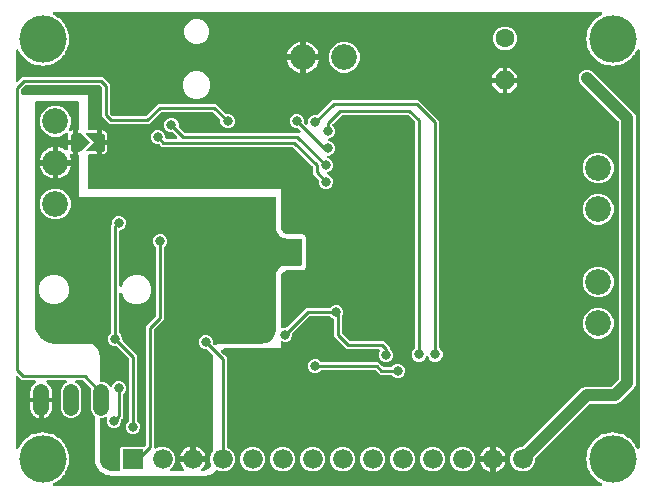
<source format=gbr>
G04 EAGLE Gerber RS-274X export*
G75*
%MOMM*%
%FSLAX34Y34*%
%LPD*%
%INBottom Copper*%
%IPPOS*%
%AMOC8*
5,1,8,0,0,1.08239X$1,22.5*%
G01*
%ADD10C,2.184400*%
%ADD11P,1.732040X8X292.500000*%
%ADD12C,1.600200*%
%ADD13C,1.320800*%
%ADD14C,4.000000*%
%ADD15R,1.676400X1.676400*%
%ADD16C,1.676400*%
%ADD17C,0.381000*%
%ADD18C,0.800100*%
%ADD19C,0.254000*%
%ADD20C,1.016000*%
%ADD21C,0.609600*%
%ADD22C,0.406400*%

G36*
X498170Y2554D02*
X498170Y2554D01*
X498275Y2558D01*
X498327Y2574D01*
X498382Y2581D01*
X498479Y2619D01*
X498579Y2649D01*
X498627Y2677D01*
X498678Y2698D01*
X498762Y2759D01*
X498852Y2813D01*
X498891Y2852D01*
X498935Y2884D01*
X499002Y2965D01*
X499075Y3039D01*
X499103Y3087D01*
X499138Y3129D01*
X499182Y3224D01*
X499235Y3314D01*
X499250Y3367D01*
X499273Y3417D01*
X499293Y3520D01*
X499322Y3620D01*
X499323Y3675D01*
X499333Y3729D01*
X499327Y3834D01*
X499329Y3938D01*
X499317Y3992D01*
X499314Y4047D01*
X499281Y4146D01*
X499258Y4248D01*
X499232Y4297D01*
X499215Y4349D01*
X499160Y4438D01*
X499112Y4530D01*
X499075Y4572D01*
X499045Y4618D01*
X498969Y4690D01*
X498900Y4768D01*
X498829Y4821D01*
X498814Y4836D01*
X498801Y4843D01*
X498772Y4865D01*
X496871Y6135D01*
X496832Y6155D01*
X496796Y6182D01*
X496652Y6253D01*
X495519Y6722D01*
X494653Y7588D01*
X494618Y7615D01*
X494588Y7648D01*
X494461Y7746D01*
X491994Y9394D01*
X490346Y11861D01*
X490317Y11894D01*
X490295Y11932D01*
X490188Y12053D01*
X489322Y12919D01*
X488853Y14052D01*
X488831Y14090D01*
X488816Y14132D01*
X488735Y14271D01*
X487087Y16738D01*
X486508Y19647D01*
X486494Y19689D01*
X486488Y19733D01*
X486436Y19885D01*
X485967Y21017D01*
X485967Y22243D01*
X485962Y22287D01*
X485964Y22331D01*
X485943Y22490D01*
X485364Y25400D01*
X485943Y28310D01*
X485946Y28354D01*
X485957Y28396D01*
X485967Y28557D01*
X485967Y29783D01*
X486436Y30915D01*
X486448Y30957D01*
X486467Y30997D01*
X486508Y31153D01*
X487087Y34062D01*
X488735Y36529D01*
X488755Y36568D01*
X488782Y36604D01*
X488853Y36748D01*
X489322Y37881D01*
X490188Y38747D01*
X490215Y38782D01*
X490248Y38812D01*
X490346Y38939D01*
X491994Y41406D01*
X494461Y43054D01*
X494494Y43083D01*
X494532Y43105D01*
X494653Y43212D01*
X495519Y44078D01*
X496652Y44547D01*
X496690Y44569D01*
X496732Y44584D01*
X496871Y44665D01*
X499338Y46313D01*
X502247Y46892D01*
X502289Y46906D01*
X502333Y46912D01*
X502485Y46964D01*
X503617Y47433D01*
X504843Y47433D01*
X504887Y47438D01*
X504931Y47436D01*
X505090Y47457D01*
X508000Y48036D01*
X510910Y47457D01*
X510954Y47454D01*
X510996Y47443D01*
X511157Y47433D01*
X512383Y47433D01*
X513515Y46964D01*
X513557Y46952D01*
X513597Y46933D01*
X513753Y46892D01*
X516662Y46313D01*
X519129Y44665D01*
X519168Y44645D01*
X519204Y44618D01*
X519348Y44547D01*
X520481Y44078D01*
X521347Y43212D01*
X521382Y43185D01*
X521412Y43152D01*
X521539Y43054D01*
X524006Y41406D01*
X525654Y38939D01*
X525683Y38906D01*
X525705Y38868D01*
X525812Y38747D01*
X526678Y37881D01*
X527147Y36748D01*
X527169Y36710D01*
X527184Y36668D01*
X527265Y36529D01*
X528535Y34628D01*
X528603Y34549D01*
X528664Y34465D01*
X528707Y34430D01*
X528743Y34388D01*
X528829Y34329D01*
X528909Y34262D01*
X528959Y34239D01*
X529005Y34207D01*
X529103Y34171D01*
X529197Y34127D01*
X529251Y34116D01*
X529303Y34097D01*
X529407Y34086D01*
X529510Y34067D01*
X529565Y34070D01*
X529619Y34065D01*
X529723Y34080D01*
X529827Y34086D01*
X529879Y34103D01*
X529934Y34112D01*
X530030Y34152D01*
X530129Y34185D01*
X530176Y34214D01*
X530227Y34235D01*
X530310Y34299D01*
X530398Y34355D01*
X530436Y34395D01*
X530480Y34428D01*
X530545Y34510D01*
X530616Y34586D01*
X530643Y34635D01*
X530677Y34678D01*
X530719Y34773D01*
X530770Y34865D01*
X530783Y34918D01*
X530806Y34969D01*
X530823Y35072D01*
X530849Y35173D01*
X530855Y35261D01*
X530858Y35282D01*
X530857Y35297D01*
X530859Y35333D01*
X530859Y371067D01*
X530846Y371170D01*
X530842Y371275D01*
X530826Y371327D01*
X530819Y371382D01*
X530781Y371479D01*
X530751Y371579D01*
X530723Y371627D01*
X530702Y371678D01*
X530641Y371762D01*
X530587Y371852D01*
X530548Y371891D01*
X530516Y371935D01*
X530435Y372002D01*
X530361Y372075D01*
X530313Y372103D01*
X530271Y372138D01*
X530176Y372183D01*
X530086Y372235D01*
X530033Y372250D01*
X529983Y372274D01*
X529880Y372293D01*
X529780Y372322D01*
X529725Y372323D01*
X529671Y372333D01*
X529566Y372327D01*
X529462Y372329D01*
X529408Y372317D01*
X529353Y372314D01*
X529254Y372281D01*
X529152Y372258D01*
X529103Y372233D01*
X529051Y372216D01*
X528962Y372160D01*
X528870Y372112D01*
X528829Y372075D01*
X528782Y372045D01*
X528710Y371969D01*
X528632Y371900D01*
X528579Y371830D01*
X528564Y371814D01*
X528557Y371801D01*
X528535Y371772D01*
X527265Y369871D01*
X527245Y369832D01*
X527218Y369796D01*
X527147Y369652D01*
X526678Y368519D01*
X525812Y367653D01*
X525785Y367618D01*
X525752Y367588D01*
X525654Y367461D01*
X524006Y364994D01*
X521539Y363346D01*
X521506Y363317D01*
X521468Y363295D01*
X521347Y363188D01*
X520481Y362322D01*
X519348Y361853D01*
X519310Y361831D01*
X519268Y361816D01*
X519129Y361735D01*
X516662Y360087D01*
X513753Y359508D01*
X513711Y359494D01*
X513667Y359488D01*
X513515Y359436D01*
X512383Y358967D01*
X511157Y358967D01*
X511113Y358962D01*
X511069Y358964D01*
X510910Y358943D01*
X508000Y358364D01*
X505090Y358943D01*
X505046Y358946D01*
X505004Y358957D01*
X504843Y358967D01*
X503617Y358967D01*
X502485Y359436D01*
X502443Y359448D01*
X502403Y359467D01*
X502247Y359508D01*
X499338Y360087D01*
X496871Y361735D01*
X496832Y361755D01*
X496796Y361782D01*
X496652Y361853D01*
X495519Y362322D01*
X494653Y363188D01*
X494618Y363215D01*
X494588Y363248D01*
X494461Y363346D01*
X491994Y364994D01*
X490346Y367461D01*
X490317Y367494D01*
X490295Y367532D01*
X490188Y367653D01*
X489322Y368519D01*
X488853Y369652D01*
X488831Y369690D01*
X488816Y369732D01*
X488735Y369871D01*
X487087Y372338D01*
X486508Y375247D01*
X486494Y375289D01*
X486488Y375333D01*
X486436Y375485D01*
X485967Y376617D01*
X485967Y377843D01*
X485962Y377887D01*
X485964Y377931D01*
X485943Y378090D01*
X485364Y381000D01*
X485943Y383910D01*
X485946Y383954D01*
X485957Y383996D01*
X485967Y384157D01*
X485967Y385383D01*
X486436Y386515D01*
X486448Y386557D01*
X486467Y386597D01*
X486508Y386753D01*
X487087Y389662D01*
X488735Y392129D01*
X488755Y392168D01*
X488782Y392204D01*
X488853Y392348D01*
X489322Y393481D01*
X490188Y394347D01*
X490215Y394382D01*
X490248Y394412D01*
X490346Y394539D01*
X491994Y397006D01*
X494461Y398654D01*
X494494Y398683D01*
X494532Y398705D01*
X494653Y398812D01*
X495519Y399678D01*
X496652Y400147D01*
X496690Y400169D01*
X496732Y400184D01*
X496871Y400265D01*
X498772Y401535D01*
X498851Y401603D01*
X498935Y401664D01*
X498970Y401707D01*
X499012Y401743D01*
X499071Y401829D01*
X499138Y401909D01*
X499161Y401959D01*
X499193Y402005D01*
X499229Y402103D01*
X499274Y402197D01*
X499284Y402251D01*
X499303Y402303D01*
X499314Y402407D01*
X499333Y402510D01*
X499330Y402565D01*
X499336Y402619D01*
X499320Y402723D01*
X499314Y402827D01*
X499297Y402879D01*
X499288Y402934D01*
X499248Y403030D01*
X499216Y403129D01*
X499186Y403176D01*
X499165Y403227D01*
X499101Y403310D01*
X499045Y403398D01*
X499005Y403436D01*
X498972Y403480D01*
X498890Y403545D01*
X498814Y403616D01*
X498766Y403643D01*
X498722Y403677D01*
X498627Y403719D01*
X498535Y403770D01*
X498482Y403783D01*
X498431Y403806D01*
X498328Y403823D01*
X498227Y403849D01*
X498139Y403855D01*
X498118Y403858D01*
X498103Y403857D01*
X498067Y403859D01*
X35333Y403859D01*
X35230Y403846D01*
X35125Y403842D01*
X35073Y403826D01*
X35018Y403819D01*
X34921Y403781D01*
X34821Y403751D01*
X34773Y403723D01*
X34722Y403702D01*
X34638Y403641D01*
X34548Y403587D01*
X34509Y403548D01*
X34465Y403516D01*
X34398Y403435D01*
X34325Y403361D01*
X34297Y403313D01*
X34262Y403271D01*
X34218Y403176D01*
X34165Y403086D01*
X34150Y403033D01*
X34127Y402983D01*
X34107Y402880D01*
X34078Y402780D01*
X34077Y402725D01*
X34067Y402671D01*
X34073Y402566D01*
X34071Y402462D01*
X34083Y402408D01*
X34086Y402353D01*
X34119Y402254D01*
X34142Y402152D01*
X34168Y402103D01*
X34185Y402051D01*
X34240Y401962D01*
X34288Y401870D01*
X34325Y401828D01*
X34355Y401782D01*
X34431Y401710D01*
X34500Y401632D01*
X34571Y401579D01*
X34586Y401564D01*
X34599Y401557D01*
X34628Y401535D01*
X36529Y400265D01*
X36568Y400245D01*
X36604Y400218D01*
X36748Y400147D01*
X37881Y399678D01*
X38747Y398812D01*
X38782Y398785D01*
X38811Y398752D01*
X38939Y398654D01*
X41406Y397006D01*
X43054Y394539D01*
X43083Y394506D01*
X43105Y394468D01*
X43212Y394347D01*
X44078Y393481D01*
X44547Y392348D01*
X44569Y392310D01*
X44584Y392268D01*
X44665Y392129D01*
X46313Y389662D01*
X46892Y386753D01*
X46906Y386711D01*
X46912Y386667D01*
X46964Y386515D01*
X47433Y385383D01*
X47433Y384157D01*
X47438Y384113D01*
X47436Y384069D01*
X47457Y383910D01*
X48036Y381000D01*
X47457Y378090D01*
X47454Y378046D01*
X47443Y378004D01*
X47433Y377843D01*
X47433Y376617D01*
X46964Y375485D01*
X46952Y375443D01*
X46933Y375403D01*
X46892Y375247D01*
X46313Y372338D01*
X44665Y369871D01*
X44645Y369832D01*
X44618Y369796D01*
X44547Y369652D01*
X44078Y368519D01*
X43212Y367653D01*
X43185Y367618D01*
X43152Y367589D01*
X43054Y367461D01*
X41406Y364994D01*
X38939Y363346D01*
X38906Y363317D01*
X38868Y363294D01*
X38747Y363188D01*
X37881Y362322D01*
X36748Y361853D01*
X36710Y361831D01*
X36668Y361816D01*
X36529Y361735D01*
X34062Y360087D01*
X31153Y359508D01*
X31111Y359494D01*
X31067Y359488D01*
X30915Y359436D01*
X29783Y358967D01*
X28557Y358967D01*
X28513Y358962D01*
X28469Y358964D01*
X28310Y358943D01*
X25400Y358364D01*
X22490Y358943D01*
X22446Y358946D01*
X22403Y358957D01*
X22243Y358967D01*
X21017Y358967D01*
X19885Y359436D01*
X19843Y359448D01*
X19803Y359467D01*
X19647Y359508D01*
X16738Y360087D01*
X14271Y361735D01*
X14232Y361755D01*
X14196Y361782D01*
X14052Y361853D01*
X12919Y362322D01*
X12053Y363188D01*
X12018Y363215D01*
X11989Y363248D01*
X11861Y363346D01*
X9394Y364994D01*
X7746Y367461D01*
X7717Y367494D01*
X7694Y367532D01*
X7588Y367653D01*
X6722Y368519D01*
X6253Y369652D01*
X6231Y369690D01*
X6216Y369732D01*
X6135Y369871D01*
X4865Y371772D01*
X4797Y371851D01*
X4736Y371935D01*
X4693Y371970D01*
X4657Y372012D01*
X4571Y372071D01*
X4491Y372138D01*
X4441Y372161D01*
X4395Y372193D01*
X4297Y372229D01*
X4203Y372273D01*
X4149Y372284D01*
X4097Y372303D01*
X3993Y372314D01*
X3890Y372333D01*
X3835Y372330D01*
X3781Y372335D01*
X3677Y372320D01*
X3573Y372314D01*
X3521Y372297D01*
X3466Y372288D01*
X3370Y372248D01*
X3271Y372215D01*
X3224Y372186D01*
X3173Y372165D01*
X3090Y372101D01*
X3002Y372045D01*
X2964Y372005D01*
X2920Y371972D01*
X2855Y371890D01*
X2784Y371814D01*
X2757Y371765D01*
X2723Y371722D01*
X2681Y371627D01*
X2630Y371535D01*
X2617Y371482D01*
X2594Y371431D01*
X2577Y371328D01*
X2551Y371227D01*
X2545Y371139D01*
X2542Y371118D01*
X2543Y371103D01*
X2541Y371067D01*
X2541Y346276D01*
X2558Y346138D01*
X2571Y345999D01*
X2578Y345980D01*
X2581Y345960D01*
X2632Y345831D01*
X2679Y345700D01*
X2690Y345683D01*
X2698Y345665D01*
X2779Y345552D01*
X2857Y345437D01*
X2873Y345424D01*
X2884Y345407D01*
X2992Y345318D01*
X3096Y345226D01*
X3114Y345217D01*
X3129Y345204D01*
X3255Y345145D01*
X3379Y345082D01*
X3399Y345077D01*
X3417Y345069D01*
X3554Y345043D01*
X3689Y345012D01*
X3710Y345013D01*
X3729Y345009D01*
X3868Y345018D01*
X4007Y345022D01*
X4027Y345028D01*
X4047Y345029D01*
X4179Y345071D01*
X4313Y345110D01*
X4330Y345121D01*
X4349Y345127D01*
X4467Y345201D01*
X4587Y345272D01*
X4608Y345290D01*
X4618Y345297D01*
X4632Y345312D01*
X4707Y345378D01*
X5825Y346496D01*
X5826Y346496D01*
X8132Y348803D01*
X76368Y348803D01*
X82303Y342868D01*
X82303Y318894D01*
X82315Y318796D01*
X82318Y318697D01*
X82335Y318638D01*
X82343Y318578D01*
X82379Y318486D01*
X82407Y318391D01*
X82437Y318339D01*
X82460Y318283D01*
X82518Y318203D01*
X82568Y318117D01*
X82634Y318042D01*
X82646Y318025D01*
X82656Y318017D01*
X82674Y317996D01*
X84496Y316174D01*
X84575Y316114D01*
X84647Y316046D01*
X84700Y316017D01*
X84748Y315980D01*
X84839Y315940D01*
X84925Y315892D01*
X84984Y315877D01*
X85039Y315853D01*
X85137Y315838D01*
X85233Y315813D01*
X85333Y315807D01*
X85354Y315803D01*
X85366Y315805D01*
X85394Y315803D01*
X112106Y315803D01*
X112204Y315815D01*
X112303Y315818D01*
X112362Y315835D01*
X112422Y315843D01*
X112514Y315879D01*
X112609Y315907D01*
X112661Y315937D01*
X112717Y315960D01*
X112797Y316018D01*
X112883Y316068D01*
X112958Y316134D01*
X112975Y316146D01*
X112983Y316156D01*
X113004Y316174D01*
X123132Y326303D01*
X171868Y326303D01*
X180266Y317905D01*
X180344Y317844D01*
X180416Y317776D01*
X180469Y317747D01*
X180517Y317710D01*
X180608Y317671D01*
X180695Y317623D01*
X180753Y317608D01*
X180809Y317584D01*
X180907Y317568D01*
X181003Y317543D01*
X181103Y317537D01*
X181123Y317534D01*
X181135Y317535D01*
X181163Y317533D01*
X183200Y317533D01*
X185418Y316615D01*
X187115Y314918D01*
X188033Y312700D01*
X188033Y310300D01*
X187115Y308082D01*
X185418Y306385D01*
X183200Y305467D01*
X180800Y305467D01*
X178582Y306385D01*
X176885Y308082D01*
X175967Y310300D01*
X175967Y312337D01*
X175954Y312435D01*
X175951Y312534D01*
X175935Y312592D01*
X175927Y312652D01*
X175890Y312744D01*
X175863Y312839D01*
X175832Y312892D01*
X175810Y312948D01*
X175752Y313028D01*
X175701Y313113D01*
X175635Y313189D01*
X175623Y313205D01*
X175614Y313213D01*
X175595Y313234D01*
X169504Y319326D01*
X169425Y319386D01*
X169353Y319454D01*
X169300Y319483D01*
X169252Y319520D01*
X169161Y319560D01*
X169075Y319608D01*
X169016Y319623D01*
X168961Y319647D01*
X168863Y319662D01*
X168767Y319687D01*
X168667Y319693D01*
X168646Y319697D01*
X168634Y319695D01*
X168606Y319697D01*
X126394Y319697D01*
X126296Y319685D01*
X126197Y319682D01*
X126138Y319665D01*
X126078Y319657D01*
X125986Y319621D01*
X125891Y319593D01*
X125839Y319563D01*
X125783Y319540D01*
X125703Y319482D01*
X125617Y319432D01*
X125542Y319366D01*
X125525Y319354D01*
X125517Y319344D01*
X125496Y319326D01*
X115368Y309197D01*
X82132Y309197D01*
X75697Y315632D01*
X75697Y339606D01*
X75685Y339704D01*
X75682Y339803D01*
X75665Y339862D01*
X75657Y339922D01*
X75621Y340014D01*
X75593Y340109D01*
X75563Y340161D01*
X75540Y340217D01*
X75482Y340297D01*
X75432Y340383D01*
X75366Y340458D01*
X75354Y340475D01*
X75344Y340483D01*
X75326Y340504D01*
X74004Y341826D01*
X73925Y341886D01*
X73853Y341954D01*
X73800Y341983D01*
X73752Y342020D01*
X73661Y342060D01*
X73575Y342108D01*
X73516Y342123D01*
X73461Y342147D01*
X73363Y342162D01*
X73267Y342187D01*
X73167Y342193D01*
X73146Y342197D01*
X73134Y342195D01*
X73106Y342197D01*
X11394Y342197D01*
X11296Y342185D01*
X11197Y342182D01*
X11138Y342165D01*
X11078Y342157D01*
X10986Y342121D01*
X10891Y342093D01*
X10839Y342063D01*
X10783Y342040D01*
X10703Y341982D01*
X10617Y341932D01*
X10542Y341866D01*
X10525Y341854D01*
X10517Y341844D01*
X10496Y341826D01*
X7674Y339004D01*
X7614Y338925D01*
X7546Y338853D01*
X7517Y338800D01*
X7480Y338752D01*
X7440Y338661D01*
X7392Y338575D01*
X7377Y338516D01*
X7353Y338461D01*
X7338Y338363D01*
X7313Y338267D01*
X7307Y338167D01*
X7303Y338146D01*
X7305Y338134D01*
X7303Y338106D01*
X7303Y335000D01*
X7318Y334882D01*
X7325Y334763D01*
X7338Y334725D01*
X7343Y334684D01*
X7386Y334574D01*
X7423Y334461D01*
X7445Y334426D01*
X7460Y334389D01*
X7529Y334293D01*
X7593Y334192D01*
X7623Y334164D01*
X7646Y334131D01*
X7738Y334055D01*
X7825Y333974D01*
X7860Y333954D01*
X7891Y333929D01*
X7999Y333878D01*
X8103Y333820D01*
X8143Y333810D01*
X8179Y333793D01*
X8296Y333771D01*
X8411Y333741D01*
X8471Y333737D01*
X8491Y333733D01*
X8512Y333735D01*
X8572Y333731D01*
X63731Y333731D01*
X63731Y305050D01*
X63746Y304932D01*
X63753Y304813D01*
X63766Y304775D01*
X63771Y304734D01*
X63814Y304624D01*
X63851Y304511D01*
X63873Y304476D01*
X63888Y304439D01*
X63958Y304343D01*
X64021Y304242D01*
X64051Y304214D01*
X64074Y304181D01*
X64166Y304105D01*
X64253Y304024D01*
X64288Y304004D01*
X64319Y303979D01*
X64427Y303928D01*
X64531Y303870D01*
X64571Y303860D01*
X64607Y303843D01*
X64724Y303821D01*
X64839Y303791D01*
X64900Y303787D01*
X64920Y303783D01*
X64940Y303785D01*
X65000Y303781D01*
X71566Y303781D01*
X71566Y301239D01*
X62040Y301239D01*
X62000Y301228D01*
X61959Y301226D01*
X61934Y301209D01*
X61905Y301200D01*
X61877Y301169D01*
X61843Y301146D01*
X61832Y301118D01*
X61811Y301095D01*
X61805Y301054D01*
X61789Y301016D01*
X61794Y300986D01*
X61789Y300955D01*
X61805Y300917D01*
X61812Y300877D01*
X61839Y300837D01*
X61844Y300826D01*
X61850Y300822D01*
X61858Y300810D01*
X68800Y293620D01*
X61858Y286430D01*
X61839Y286393D01*
X61811Y286363D01*
X61806Y286332D01*
X61792Y286305D01*
X61795Y286264D01*
X61789Y286223D01*
X61801Y286195D01*
X61803Y286165D01*
X61828Y286132D01*
X61844Y286094D01*
X61869Y286076D01*
X61887Y286052D01*
X61926Y286037D01*
X61960Y286014D01*
X62007Y286006D01*
X62019Y286002D01*
X62026Y286003D01*
X62040Y286001D01*
X71566Y286001D01*
X71566Y283459D01*
X65000Y283459D01*
X64882Y283444D01*
X64763Y283437D01*
X64725Y283424D01*
X64684Y283419D01*
X64574Y283376D01*
X64461Y283339D01*
X64426Y283317D01*
X64389Y283302D01*
X64293Y283232D01*
X64192Y283169D01*
X64164Y283139D01*
X64131Y283116D01*
X64056Y283024D01*
X63974Y282937D01*
X63954Y282902D01*
X63929Y282871D01*
X63878Y282763D01*
X63820Y282659D01*
X63810Y282619D01*
X63793Y282583D01*
X63771Y282466D01*
X63741Y282351D01*
X63737Y282290D01*
X63733Y282270D01*
X63735Y282250D01*
X63731Y282190D01*
X63731Y255000D01*
X63746Y254882D01*
X63753Y254763D01*
X63766Y254725D01*
X63771Y254684D01*
X63814Y254574D01*
X63851Y254461D01*
X63873Y254426D01*
X63888Y254389D01*
X63958Y254293D01*
X64021Y254192D01*
X64051Y254164D01*
X64074Y254131D01*
X64166Y254056D01*
X64253Y253974D01*
X64288Y253954D01*
X64319Y253929D01*
X64427Y253878D01*
X64531Y253820D01*
X64571Y253810D01*
X64607Y253793D01*
X64724Y253771D01*
X64839Y253741D01*
X64900Y253737D01*
X64920Y253733D01*
X64940Y253735D01*
X65000Y253731D01*
X227011Y253731D01*
X227011Y223520D01*
X227011Y223519D01*
X227011Y223518D01*
X227013Y222230D01*
X227021Y222169D01*
X227019Y222107D01*
X227045Y221948D01*
X227333Y220693D01*
X227355Y220635D01*
X227367Y220574D01*
X227428Y220425D01*
X227988Y219266D01*
X228022Y219214D01*
X228047Y219157D01*
X228140Y219025D01*
X228944Y218020D01*
X228989Y217977D01*
X229026Y217927D01*
X229145Y217819D01*
X230153Y217018D01*
X230207Y216986D01*
X230254Y216946D01*
X230394Y216867D01*
X231555Y216310D01*
X231614Y216291D01*
X231669Y216262D01*
X231824Y216217D01*
X233079Y215932D01*
X233140Y215926D01*
X233199Y215911D01*
X233360Y215901D01*
X244719Y215901D01*
X245636Y215797D01*
X246440Y215516D01*
X247161Y215063D01*
X247763Y214461D01*
X248216Y213740D01*
X248497Y212936D01*
X248601Y212019D01*
X248601Y189301D01*
X248497Y188384D01*
X248216Y187580D01*
X247763Y186859D01*
X247161Y186257D01*
X246440Y185804D01*
X245636Y185523D01*
X244719Y185419D01*
X233360Y185419D01*
X233347Y185418D01*
X233218Y185411D01*
X232087Y185284D01*
X232027Y185269D01*
X231965Y185264D01*
X231810Y185221D01*
X230737Y184845D01*
X230681Y184817D01*
X230622Y184798D01*
X230481Y184722D01*
X229517Y184116D01*
X229470Y184077D01*
X229416Y184046D01*
X229295Y183939D01*
X228491Y183135D01*
X228453Y183086D01*
X228408Y183043D01*
X228314Y182913D01*
X227708Y181949D01*
X227682Y181893D01*
X227648Y181842D01*
X227585Y181693D01*
X227209Y180620D01*
X227196Y180559D01*
X227174Y180501D01*
X227146Y180343D01*
X227019Y179212D01*
X227019Y179198D01*
X227011Y179070D01*
X227011Y137662D01*
X227017Y137613D01*
X227015Y137563D01*
X227037Y137456D01*
X227051Y137347D01*
X227069Y137300D01*
X227079Y137252D01*
X227127Y137153D01*
X227168Y137051D01*
X227197Y137011D01*
X227219Y136966D01*
X227290Y136883D01*
X227354Y136793D01*
X227393Y136762D01*
X227425Y136724D01*
X227515Y136661D01*
X227599Y136591D01*
X227644Y136569D01*
X227685Y136541D01*
X227788Y136502D01*
X227887Y136455D01*
X227936Y136446D01*
X227982Y136428D01*
X228092Y136416D01*
X228200Y136395D01*
X228249Y136398D01*
X228298Y136393D01*
X228407Y136408D01*
X228517Y136415D01*
X228564Y136430D01*
X228613Y136437D01*
X228766Y136489D01*
X229620Y136843D01*
X231657Y136843D01*
X231755Y136856D01*
X231854Y136859D01*
X231912Y136875D01*
X231972Y136883D01*
X232064Y136920D01*
X232159Y136947D01*
X232212Y136978D01*
X232268Y137000D01*
X232348Y137058D01*
X232433Y137109D01*
X232509Y137175D01*
X232525Y137187D01*
X232533Y137196D01*
X232554Y137215D01*
X248502Y153163D01*
X268245Y153163D01*
X268343Y153175D01*
X268442Y153178D01*
X268500Y153195D01*
X268560Y153203D01*
X268652Y153239D01*
X268747Y153267D01*
X268800Y153297D01*
X268856Y153320D01*
X268936Y153378D01*
X269021Y153428D01*
X269097Y153494D01*
X269113Y153506D01*
X269121Y153516D01*
X269142Y153534D01*
X270582Y154975D01*
X272800Y155893D01*
X275200Y155893D01*
X277418Y154975D01*
X279115Y153278D01*
X280033Y151060D01*
X280033Y148660D01*
X279115Y146442D01*
X278944Y146272D01*
X278884Y146194D01*
X278816Y146122D01*
X278787Y146069D01*
X278750Y146021D01*
X278710Y145930D01*
X278662Y145843D01*
X278647Y145785D01*
X278623Y145729D01*
X278608Y145631D01*
X278583Y145535D01*
X278577Y145435D01*
X278573Y145415D01*
X278575Y145403D01*
X278573Y145375D01*
X278573Y132704D01*
X278585Y132606D01*
X278588Y132507D01*
X278605Y132448D01*
X278613Y132388D01*
X278649Y132296D01*
X278677Y132201D01*
X278707Y132149D01*
X278730Y132093D01*
X278788Y132013D01*
X278838Y131927D01*
X278904Y131852D01*
X278916Y131835D01*
X278926Y131827D01*
X278944Y131806D01*
X285156Y125594D01*
X285235Y125534D01*
X285307Y125466D01*
X285360Y125437D01*
X285408Y125400D01*
X285499Y125360D01*
X285585Y125312D01*
X285644Y125297D01*
X285699Y125273D01*
X285797Y125258D01*
X285893Y125233D01*
X285993Y125227D01*
X286014Y125223D01*
X286026Y125225D01*
X286054Y125223D01*
X314448Y125223D01*
X319303Y120368D01*
X319303Y119255D01*
X319315Y119157D01*
X319318Y119058D01*
X319335Y119000D01*
X319343Y118940D01*
X319379Y118848D01*
X319407Y118753D01*
X319437Y118700D01*
X319460Y118644D01*
X319518Y118564D01*
X319568Y118479D01*
X319634Y118403D01*
X319646Y118387D01*
X319656Y118379D01*
X319674Y118358D01*
X321115Y116918D01*
X322033Y114700D01*
X322033Y112300D01*
X321115Y110082D01*
X319418Y108385D01*
X317200Y107467D01*
X314800Y107467D01*
X312582Y108385D01*
X310885Y110082D01*
X309967Y112300D01*
X309967Y114700D01*
X310862Y116862D01*
X310876Y116910D01*
X310897Y116955D01*
X310917Y117063D01*
X310946Y117169D01*
X310947Y117219D01*
X310956Y117268D01*
X310950Y117377D01*
X310951Y117487D01*
X310940Y117535D01*
X310937Y117585D01*
X310903Y117689D01*
X310877Y117796D01*
X310854Y117840D01*
X310839Y117887D01*
X310780Y117980D01*
X310729Y118077D01*
X310695Y118114D01*
X310669Y118156D01*
X310588Y118231D01*
X310515Y118313D01*
X310473Y118340D01*
X310437Y118374D01*
X310341Y118427D01*
X310249Y118487D01*
X310202Y118504D01*
X310158Y118528D01*
X310052Y118555D01*
X309948Y118591D01*
X309899Y118595D01*
X309850Y118607D01*
X309690Y118617D01*
X282792Y118617D01*
X271967Y129442D01*
X271967Y143324D01*
X271964Y143353D01*
X271966Y143382D01*
X271944Y143510D01*
X271927Y143639D01*
X271917Y143667D01*
X271912Y143696D01*
X271858Y143814D01*
X271810Y143935D01*
X271793Y143959D01*
X271781Y143986D01*
X271700Y144087D01*
X271624Y144192D01*
X271601Y144211D01*
X271582Y144234D01*
X271479Y144312D01*
X271379Y144395D01*
X271352Y144408D01*
X271328Y144425D01*
X271184Y144496D01*
X270582Y144745D01*
X269142Y146186D01*
X269064Y146246D01*
X268992Y146314D01*
X268939Y146343D01*
X268891Y146380D01*
X268800Y146420D01*
X268713Y146468D01*
X268655Y146483D01*
X268599Y146507D01*
X268501Y146522D01*
X268405Y146547D01*
X268305Y146553D01*
X268285Y146557D01*
X268273Y146555D01*
X268245Y146557D01*
X251764Y146557D01*
X251666Y146545D01*
X251567Y146542D01*
X251508Y146525D01*
X251448Y146517D01*
X251356Y146481D01*
X251261Y146453D01*
X251209Y146423D01*
X251153Y146400D01*
X251073Y146342D01*
X250987Y146292D01*
X250912Y146226D01*
X250895Y146214D01*
X250887Y146204D01*
X250866Y146186D01*
X237225Y132544D01*
X237164Y132466D01*
X237096Y132394D01*
X237067Y132341D01*
X237030Y132293D01*
X236991Y132202D01*
X236943Y132115D01*
X236928Y132057D01*
X236904Y132001D01*
X236888Y131903D01*
X236863Y131807D01*
X236857Y131707D01*
X236854Y131687D01*
X236855Y131675D01*
X236853Y131647D01*
X236853Y129610D01*
X235935Y127392D01*
X234238Y125695D01*
X232020Y124777D01*
X229620Y124777D01*
X228766Y125131D01*
X228718Y125144D01*
X228673Y125165D01*
X228565Y125185D01*
X228459Y125215D01*
X228409Y125215D01*
X228361Y125225D01*
X228251Y125218D01*
X228141Y125220D01*
X228093Y125208D01*
X228043Y125205D01*
X227939Y125171D01*
X227832Y125145D01*
X227788Y125122D01*
X227741Y125107D01*
X227648Y125048D01*
X227551Y124997D01*
X227514Y124963D01*
X227472Y124937D01*
X227397Y124857D01*
X227315Y124783D01*
X227288Y124741D01*
X227254Y124705D01*
X227201Y124609D01*
X227141Y124517D01*
X227124Y124470D01*
X227100Y124427D01*
X227073Y124320D01*
X227037Y124216D01*
X227033Y124167D01*
X227021Y124119D01*
X227011Y123958D01*
X227011Y119379D01*
X181290Y119379D01*
X181270Y119377D01*
X181166Y119373D01*
X179927Y119251D01*
X179884Y119241D01*
X179839Y119239D01*
X179683Y119203D01*
X178492Y118841D01*
X178451Y118823D01*
X178408Y118813D01*
X178262Y118746D01*
X177164Y118159D01*
X177128Y118134D01*
X177088Y118115D01*
X176957Y118021D01*
X176756Y117856D01*
X176741Y117840D01*
X176722Y117827D01*
X176631Y117725D01*
X176537Y117625D01*
X176526Y117606D01*
X176512Y117589D01*
X176449Y117467D01*
X176383Y117347D01*
X176377Y117325D01*
X176367Y117306D01*
X176337Y117172D01*
X176302Y117039D01*
X176302Y117017D01*
X176297Y116995D01*
X176302Y116858D01*
X176301Y116721D01*
X176306Y116700D01*
X176307Y116678D01*
X176345Y116546D01*
X176379Y116413D01*
X176389Y116393D01*
X176396Y116372D01*
X176465Y116254D01*
X176531Y116133D01*
X176546Y116117D01*
X176557Y116098D01*
X176663Y115977D01*
X178796Y113844D01*
X181103Y111538D01*
X181103Y36153D01*
X181106Y36124D01*
X181104Y36094D01*
X181126Y35966D01*
X181143Y35837D01*
X181153Y35810D01*
X181158Y35781D01*
X181212Y35662D01*
X181260Y35542D01*
X181277Y35518D01*
X181289Y35491D01*
X181370Y35389D01*
X181446Y35284D01*
X181469Y35265D01*
X181488Y35242D01*
X181591Y35164D01*
X181691Y35081D01*
X181718Y35069D01*
X181742Y35051D01*
X181886Y34980D01*
X183699Y34229D01*
X186629Y31299D01*
X188215Y27472D01*
X188215Y23328D01*
X186629Y19501D01*
X183699Y16571D01*
X179872Y14985D01*
X175728Y14985D01*
X173187Y16038D01*
X173053Y16075D01*
X172919Y16116D01*
X172899Y16117D01*
X172881Y16122D01*
X172741Y16124D01*
X172601Y16130D01*
X172582Y16127D01*
X172563Y16127D01*
X172426Y16094D01*
X172290Y16066D01*
X172272Y16057D01*
X172253Y16053D01*
X172130Y15987D01*
X172004Y15926D01*
X171989Y15913D01*
X171972Y15904D01*
X171869Y15810D01*
X171762Y15719D01*
X171746Y15698D01*
X171737Y15690D01*
X171726Y15673D01*
X171662Y15593D01*
X171290Y15062D01*
X170038Y13810D01*
X168588Y12795D01*
X166983Y12047D01*
X165274Y11588D01*
X163455Y11429D01*
X83875Y11429D01*
X81395Y11646D01*
X79043Y12276D01*
X76837Y13305D01*
X74843Y14701D01*
X73121Y16423D01*
X71725Y18417D01*
X70696Y20623D01*
X70066Y22975D01*
X69849Y25455D01*
X69849Y61367D01*
X69837Y61465D01*
X69834Y61564D01*
X69817Y61622D01*
X69809Y61682D01*
X69773Y61774D01*
X69745Y61870D01*
X69715Y61922D01*
X69692Y61978D01*
X69634Y62058D01*
X69584Y62143D01*
X69518Y62219D01*
X69506Y62235D01*
X69496Y62243D01*
X69478Y62264D01*
X67698Y64044D01*
X66383Y67218D01*
X66383Y83862D01*
X66523Y84198D01*
X66530Y84227D01*
X66544Y84253D01*
X66572Y84380D01*
X66607Y84505D01*
X66607Y84535D01*
X66614Y84564D01*
X66610Y84693D01*
X66612Y84823D01*
X66605Y84852D01*
X66604Y84881D01*
X66568Y85006D01*
X66538Y85132D01*
X66524Y85159D01*
X66515Y85187D01*
X66450Y85298D01*
X66389Y85414D01*
X66369Y85435D01*
X66354Y85461D01*
X66248Y85582D01*
X60004Y91826D01*
X59925Y91886D01*
X59853Y91954D01*
X59800Y91983D01*
X59752Y92020D01*
X59661Y92060D01*
X59575Y92108D01*
X59516Y92123D01*
X59461Y92147D01*
X59363Y92162D01*
X59267Y92187D01*
X59167Y92193D01*
X59146Y92197D01*
X59134Y92195D01*
X59106Y92197D01*
X54299Y92197D01*
X54230Y92189D01*
X54160Y92190D01*
X54073Y92169D01*
X53984Y92157D01*
X53919Y92132D01*
X53851Y92115D01*
X53771Y92073D01*
X53688Y92040D01*
X53631Y91999D01*
X53570Y91967D01*
X53503Y91906D01*
X53430Y91854D01*
X53386Y91800D01*
X53334Y91753D01*
X53285Y91678D01*
X53228Y91609D01*
X53198Y91545D01*
X53160Y91487D01*
X53130Y91402D01*
X53092Y91321D01*
X53079Y91252D01*
X53056Y91186D01*
X53049Y91097D01*
X53032Y91009D01*
X53037Y90939D01*
X53031Y90869D01*
X53047Y90781D01*
X53052Y90691D01*
X53074Y90625D01*
X53086Y90556D01*
X53123Y90474D01*
X53150Y90389D01*
X53187Y90330D01*
X53216Y90266D01*
X53272Y90196D01*
X53320Y90120D01*
X53371Y90072D01*
X53415Y90018D01*
X53486Y89964D01*
X53552Y89902D01*
X53613Y89868D01*
X53669Y89826D01*
X53813Y89755D01*
X54512Y89466D01*
X56942Y87036D01*
X58257Y83862D01*
X58257Y67218D01*
X56942Y64044D01*
X54512Y61614D01*
X51338Y60299D01*
X47902Y60299D01*
X44728Y61614D01*
X42298Y64044D01*
X40983Y67218D01*
X40983Y83862D01*
X42298Y87036D01*
X44728Y89466D01*
X45427Y89755D01*
X45487Y89790D01*
X45552Y89816D01*
X45625Y89868D01*
X45703Y89913D01*
X45753Y89961D01*
X45810Y90002D01*
X45867Y90072D01*
X45931Y90134D01*
X45968Y90194D01*
X46012Y90247D01*
X46051Y90329D01*
X46098Y90405D01*
X46118Y90472D01*
X46148Y90535D01*
X46165Y90623D01*
X46191Y90709D01*
X46195Y90779D01*
X46208Y90848D01*
X46202Y90937D01*
X46206Y91027D01*
X46192Y91095D01*
X46188Y91165D01*
X46160Y91250D01*
X46142Y91338D01*
X46111Y91401D01*
X46090Y91467D01*
X46042Y91543D01*
X46002Y91624D01*
X45957Y91677D01*
X45920Y91736D01*
X45854Y91798D01*
X45796Y91866D01*
X45739Y91906D01*
X45688Y91954D01*
X45609Y91998D01*
X45536Y92049D01*
X45471Y92074D01*
X45410Y92108D01*
X45322Y92130D01*
X45239Y92162D01*
X45169Y92170D01*
X45102Y92187D01*
X44941Y92197D01*
X29847Y92197D01*
X29768Y92187D01*
X29688Y92187D01*
X29611Y92167D01*
X29532Y92157D01*
X29458Y92128D01*
X29380Y92108D01*
X29310Y92070D01*
X29236Y92040D01*
X29171Y91994D01*
X29102Y91955D01*
X29043Y91901D01*
X28979Y91854D01*
X28928Y91792D01*
X28870Y91738D01*
X28827Y91670D01*
X28776Y91609D01*
X28742Y91536D01*
X28699Y91469D01*
X28674Y91393D01*
X28640Y91321D01*
X28625Y91243D01*
X28601Y91167D01*
X28595Y91087D01*
X28580Y91009D01*
X28585Y90929D01*
X28580Y90849D01*
X28595Y90771D01*
X28600Y90691D01*
X28625Y90615D01*
X28640Y90537D01*
X28674Y90465D01*
X28698Y90389D01*
X28741Y90321D01*
X28775Y90249D01*
X28826Y90187D01*
X28868Y90120D01*
X28926Y90065D01*
X28977Y90004D01*
X29099Y89903D01*
X29100Y89902D01*
X29101Y89901D01*
X30177Y89119D01*
X31195Y88101D01*
X32041Y86937D01*
X32695Y85654D01*
X33140Y84285D01*
X33365Y82864D01*
X33365Y77571D01*
X24982Y77571D01*
X24864Y77556D01*
X24745Y77549D01*
X24707Y77536D01*
X24667Y77531D01*
X24556Y77488D01*
X24443Y77451D01*
X24409Y77429D01*
X24371Y77414D01*
X24275Y77345D01*
X24223Y77311D01*
X24205Y77328D01*
X24170Y77348D01*
X24138Y77373D01*
X24031Y77424D01*
X23926Y77482D01*
X23887Y77492D01*
X23851Y77509D01*
X23734Y77531D01*
X23618Y77561D01*
X23558Y77565D01*
X23538Y77569D01*
X23518Y77567D01*
X23458Y77571D01*
X15075Y77571D01*
X15075Y82864D01*
X15300Y84285D01*
X15745Y85654D01*
X16399Y86937D01*
X17245Y88101D01*
X18263Y89119D01*
X19339Y89901D01*
X19397Y89956D01*
X19461Y90002D01*
X19513Y90064D01*
X19571Y90119D01*
X19613Y90186D01*
X19664Y90247D01*
X19698Y90320D01*
X19741Y90387D01*
X19766Y90463D01*
X19800Y90535D01*
X19815Y90614D01*
X19840Y90690D01*
X19845Y90769D01*
X19860Y90848D01*
X19855Y90927D01*
X19860Y91007D01*
X19845Y91085D01*
X19840Y91165D01*
X19815Y91241D01*
X19800Y91320D01*
X19766Y91392D01*
X19742Y91467D01*
X19699Y91535D01*
X19665Y91607D01*
X19614Y91669D01*
X19572Y91736D01*
X19513Y91791D01*
X19462Y91853D01*
X19398Y91899D01*
X19340Y91954D01*
X19270Y91993D01*
X19205Y92040D01*
X19131Y92069D01*
X19062Y92108D01*
X18984Y92128D01*
X18910Y92157D01*
X18831Y92167D01*
X18754Y92187D01*
X18596Y92197D01*
X18594Y92197D01*
X18593Y92197D01*
X7632Y92197D01*
X4707Y95122D01*
X4598Y95207D01*
X4491Y95296D01*
X4472Y95304D01*
X4456Y95317D01*
X4328Y95372D01*
X4203Y95431D01*
X4183Y95435D01*
X4164Y95443D01*
X4026Y95465D01*
X3890Y95491D01*
X3870Y95490D01*
X3850Y95493D01*
X3711Y95480D01*
X3573Y95471D01*
X3554Y95465D01*
X3534Y95463D01*
X3402Y95416D01*
X3271Y95373D01*
X3253Y95362D01*
X3234Y95355D01*
X3119Y95277D01*
X3002Y95203D01*
X2988Y95188D01*
X2971Y95177D01*
X2879Y95073D01*
X2784Y94971D01*
X2774Y94954D01*
X2761Y94938D01*
X2697Y94814D01*
X2630Y94693D01*
X2625Y94673D01*
X2616Y94655D01*
X2586Y94519D01*
X2551Y94385D01*
X2549Y94357D01*
X2546Y94345D01*
X2547Y94324D01*
X2541Y94224D01*
X2541Y35333D01*
X2554Y35230D01*
X2558Y35125D01*
X2574Y35073D01*
X2581Y35018D01*
X2619Y34921D01*
X2649Y34821D01*
X2677Y34773D01*
X2698Y34722D01*
X2759Y34638D01*
X2813Y34548D01*
X2852Y34509D01*
X2884Y34465D01*
X2965Y34398D01*
X3039Y34325D01*
X3087Y34297D01*
X3129Y34262D01*
X3224Y34218D01*
X3314Y34165D01*
X3367Y34150D01*
X3417Y34127D01*
X3520Y34107D01*
X3620Y34078D01*
X3675Y34077D01*
X3729Y34067D01*
X3834Y34073D01*
X3938Y34071D01*
X3992Y34083D01*
X4047Y34086D01*
X4146Y34119D01*
X4248Y34142D01*
X4297Y34168D01*
X4349Y34185D01*
X4438Y34240D01*
X4530Y34288D01*
X4572Y34325D01*
X4618Y34355D01*
X4690Y34431D01*
X4768Y34500D01*
X4821Y34571D01*
X4836Y34586D01*
X4843Y34599D01*
X4865Y34628D01*
X6135Y36529D01*
X6155Y36568D01*
X6182Y36604D01*
X6253Y36748D01*
X6722Y37881D01*
X7588Y38747D01*
X7615Y38782D01*
X7648Y38811D01*
X7746Y38939D01*
X9394Y41406D01*
X11861Y43054D01*
X11894Y43083D01*
X11932Y43106D01*
X12053Y43212D01*
X12919Y44078D01*
X14052Y44547D01*
X14090Y44569D01*
X14132Y44584D01*
X14271Y44665D01*
X16738Y46313D01*
X19647Y46892D01*
X19689Y46906D01*
X19733Y46912D01*
X19885Y46964D01*
X21017Y47433D01*
X22243Y47433D01*
X22287Y47438D01*
X22331Y47436D01*
X22490Y47457D01*
X25400Y48036D01*
X28310Y47457D01*
X28354Y47454D01*
X28396Y47443D01*
X28557Y47433D01*
X29783Y47433D01*
X30915Y46964D01*
X30957Y46952D01*
X30997Y46933D01*
X31153Y46892D01*
X34062Y46313D01*
X36529Y44665D01*
X36568Y44645D01*
X36604Y44618D01*
X36748Y44547D01*
X37881Y44078D01*
X38747Y43212D01*
X38782Y43185D01*
X38812Y43152D01*
X38939Y43054D01*
X41406Y41406D01*
X43054Y38939D01*
X43083Y38906D01*
X43105Y38868D01*
X43212Y38747D01*
X44078Y37881D01*
X44547Y36748D01*
X44569Y36710D01*
X44584Y36668D01*
X44665Y36529D01*
X46313Y34062D01*
X46892Y31153D01*
X46906Y31111D01*
X46912Y31067D01*
X46964Y30915D01*
X47433Y29783D01*
X47433Y28557D01*
X47438Y28513D01*
X47436Y28469D01*
X47457Y28310D01*
X48036Y25400D01*
X47457Y22490D01*
X47454Y22446D01*
X47443Y22404D01*
X47433Y22243D01*
X47433Y21017D01*
X46964Y19885D01*
X46952Y19843D01*
X46933Y19803D01*
X46892Y19647D01*
X46313Y16738D01*
X44665Y14271D01*
X44645Y14232D01*
X44618Y14196D01*
X44547Y14052D01*
X44078Y12919D01*
X43212Y12053D01*
X43185Y12018D01*
X43152Y11989D01*
X43054Y11861D01*
X41406Y9394D01*
X38939Y7746D01*
X38906Y7717D01*
X38868Y7694D01*
X38747Y7588D01*
X37881Y6722D01*
X36748Y6253D01*
X36710Y6231D01*
X36668Y6216D01*
X36635Y6197D01*
X36622Y6192D01*
X36605Y6179D01*
X36529Y6135D01*
X34628Y4865D01*
X34549Y4797D01*
X34465Y4736D01*
X34430Y4693D01*
X34388Y4657D01*
X34329Y4571D01*
X34262Y4491D01*
X34239Y4441D01*
X34207Y4395D01*
X34171Y4297D01*
X34127Y4203D01*
X34116Y4149D01*
X34097Y4097D01*
X34086Y3993D01*
X34067Y3890D01*
X34070Y3835D01*
X34065Y3781D01*
X34080Y3677D01*
X34086Y3573D01*
X34103Y3521D01*
X34112Y3466D01*
X34152Y3370D01*
X34185Y3271D01*
X34214Y3224D01*
X34235Y3173D01*
X34299Y3090D01*
X34355Y3002D01*
X34395Y2964D01*
X34428Y2920D01*
X34510Y2855D01*
X34586Y2784D01*
X34635Y2757D01*
X34678Y2723D01*
X34773Y2681D01*
X34865Y2630D01*
X34918Y2617D01*
X34969Y2594D01*
X35072Y2577D01*
X35173Y2551D01*
X35261Y2545D01*
X35282Y2542D01*
X35297Y2543D01*
X35333Y2541D01*
X498067Y2541D01*
X498170Y2554D01*
G37*
G36*
X86383Y15241D02*
X86383Y15241D01*
X89916Y15241D01*
X90034Y15256D01*
X90153Y15263D01*
X90191Y15276D01*
X90232Y15281D01*
X90342Y15324D01*
X90455Y15361D01*
X90490Y15383D01*
X90527Y15398D01*
X90623Y15468D01*
X90724Y15531D01*
X90752Y15561D01*
X90785Y15584D01*
X90861Y15676D01*
X90942Y15763D01*
X90962Y15798D01*
X90987Y15829D01*
X91038Y15937D01*
X91096Y16041D01*
X91106Y16081D01*
X91123Y16117D01*
X91145Y16234D01*
X91175Y16349D01*
X91179Y16410D01*
X91183Y16430D01*
X91181Y16450D01*
X91185Y16510D01*
X91185Y34624D01*
X92376Y35815D01*
X111118Y35815D01*
X111216Y35827D01*
X111315Y35830D01*
X111374Y35847D01*
X111434Y35855D01*
X111526Y35891D01*
X111621Y35919D01*
X111673Y35949D01*
X111729Y35972D01*
X111809Y36030D01*
X111895Y36080D01*
X111970Y36146D01*
X111987Y36158D01*
X111995Y36168D01*
X112016Y36186D01*
X112826Y36996D01*
X112886Y37075D01*
X112954Y37147D01*
X112983Y37200D01*
X113020Y37248D01*
X113060Y37339D01*
X113108Y37425D01*
X113123Y37484D01*
X113147Y37539D01*
X113162Y37637D01*
X113187Y37733D01*
X113193Y37833D01*
X113197Y37854D01*
X113195Y37866D01*
X113197Y37894D01*
X113197Y137868D01*
X121326Y145996D01*
X121386Y146075D01*
X121454Y146147D01*
X121483Y146200D01*
X121520Y146248D01*
X121560Y146339D01*
X121608Y146425D01*
X121623Y146484D01*
X121647Y146539D01*
X121662Y146637D01*
X121687Y146733D01*
X121693Y146833D01*
X121697Y146854D01*
X121695Y146866D01*
X121697Y146894D01*
X121697Y204245D01*
X121685Y204343D01*
X121682Y204442D01*
X121665Y204500D01*
X121657Y204560D01*
X121621Y204652D01*
X121593Y204747D01*
X121563Y204800D01*
X121540Y204856D01*
X121482Y204936D01*
X121432Y205021D01*
X121366Y205097D01*
X121354Y205113D01*
X121344Y205121D01*
X121326Y205142D01*
X119885Y206582D01*
X118967Y208800D01*
X118967Y211200D01*
X119885Y213418D01*
X121582Y215115D01*
X123800Y216033D01*
X126200Y216033D01*
X128418Y215115D01*
X130115Y213418D01*
X131033Y211200D01*
X131033Y208800D01*
X130115Y206582D01*
X128674Y205142D01*
X128614Y205064D01*
X128546Y204992D01*
X128517Y204939D01*
X128480Y204891D01*
X128440Y204800D01*
X128392Y204713D01*
X128377Y204655D01*
X128353Y204599D01*
X128338Y204501D01*
X128313Y204405D01*
X128307Y204305D01*
X128303Y204285D01*
X128305Y204273D01*
X128303Y204245D01*
X128303Y143632D01*
X120174Y135504D01*
X120114Y135425D01*
X120046Y135353D01*
X120017Y135300D01*
X119980Y135252D01*
X119940Y135161D01*
X119892Y135075D01*
X119877Y135016D01*
X119853Y134961D01*
X119838Y134863D01*
X119813Y134767D01*
X119807Y134667D01*
X119803Y134646D01*
X119805Y134634D01*
X119803Y134606D01*
X119803Y35591D01*
X119809Y35542D01*
X119807Y35492D01*
X119829Y35385D01*
X119843Y35276D01*
X119861Y35229D01*
X119871Y35181D01*
X119919Y35082D01*
X119960Y34980D01*
X119989Y34940D01*
X120011Y34895D01*
X120082Y34811D01*
X120146Y34723D01*
X120185Y34691D01*
X120217Y34653D01*
X120307Y34590D01*
X120391Y34520D01*
X120436Y34499D01*
X120477Y34470D01*
X120580Y34431D01*
X120679Y34384D01*
X120728Y34375D01*
X120774Y34357D01*
X120884Y34345D01*
X120991Y34324D01*
X121041Y34328D01*
X121090Y34322D01*
X121199Y34337D01*
X121309Y34344D01*
X121356Y34360D01*
X121405Y34366D01*
X121558Y34419D01*
X124928Y35815D01*
X129072Y35815D01*
X132899Y34229D01*
X135829Y31299D01*
X137415Y27472D01*
X137415Y23328D01*
X135829Y19501D01*
X133736Y17408D01*
X133651Y17298D01*
X133562Y17191D01*
X133554Y17172D01*
X133541Y17156D01*
X133486Y17028D01*
X133427Y16903D01*
X133423Y16883D01*
X133415Y16864D01*
X133393Y16726D01*
X133367Y16591D01*
X133368Y16570D01*
X133365Y16550D01*
X133378Y16411D01*
X133387Y16273D01*
X133393Y16254D01*
X133395Y16234D01*
X133442Y16102D01*
X133485Y15971D01*
X133496Y15953D01*
X133502Y15934D01*
X133581Y15819D01*
X133655Y15702D01*
X133670Y15688D01*
X133681Y15671D01*
X133785Y15579D01*
X133887Y15484D01*
X133904Y15474D01*
X133919Y15461D01*
X134044Y15397D01*
X134165Y15330D01*
X134185Y15325D01*
X134203Y15316D01*
X134339Y15286D01*
X134473Y15251D01*
X134501Y15249D01*
X134513Y15247D01*
X134533Y15247D01*
X134634Y15241D01*
X144048Y15241D01*
X144186Y15258D01*
X144324Y15271D01*
X144343Y15278D01*
X144363Y15281D01*
X144493Y15332D01*
X144624Y15379D01*
X144640Y15390D01*
X144659Y15398D01*
X144771Y15479D01*
X144887Y15557D01*
X144900Y15573D01*
X144917Y15584D01*
X145005Y15692D01*
X145097Y15796D01*
X145106Y15814D01*
X145119Y15829D01*
X145179Y15955D01*
X145242Y16079D01*
X145246Y16099D01*
X145255Y16117D01*
X145281Y16254D01*
X145311Y16389D01*
X145311Y16410D01*
X145315Y16430D01*
X145306Y16568D01*
X145302Y16707D01*
X145296Y16727D01*
X145295Y16747D01*
X145252Y16879D01*
X145213Y17013D01*
X145203Y17030D01*
X145197Y17049D01*
X145123Y17167D01*
X145052Y17287D01*
X145033Y17308D01*
X145027Y17318D01*
X145012Y17332D01*
X144945Y17408D01*
X144069Y18284D01*
X143058Y19675D01*
X142277Y21207D01*
X141746Y22842D01*
X141737Y22901D01*
X151170Y22901D01*
X151288Y22916D01*
X151407Y22923D01*
X151445Y22935D01*
X151485Y22941D01*
X151596Y22984D01*
X151709Y23021D01*
X151743Y23043D01*
X151781Y23058D01*
X151877Y23127D01*
X151978Y23191D01*
X152006Y23221D01*
X152038Y23244D01*
X152114Y23336D01*
X152196Y23423D01*
X152215Y23458D01*
X152241Y23489D01*
X152292Y23597D01*
X152349Y23701D01*
X152359Y23741D01*
X152377Y23777D01*
X152397Y23884D01*
X152401Y23854D01*
X152445Y23744D01*
X152481Y23631D01*
X152503Y23596D01*
X152518Y23559D01*
X152588Y23462D01*
X152651Y23362D01*
X152681Y23334D01*
X152705Y23301D01*
X152796Y23225D01*
X152883Y23144D01*
X152918Y23124D01*
X152950Y23099D01*
X153057Y23048D01*
X153162Y22990D01*
X153201Y22980D01*
X153237Y22963D01*
X153354Y22941D01*
X153470Y22911D01*
X153530Y22907D01*
X153550Y22903D01*
X153570Y22905D01*
X153630Y22901D01*
X163063Y22901D01*
X163054Y22842D01*
X162523Y21207D01*
X161742Y19675D01*
X160731Y18284D01*
X159969Y17522D01*
X159943Y17489D01*
X159912Y17461D01*
X159847Y17364D01*
X159775Y17271D01*
X159758Y17232D01*
X159734Y17197D01*
X159695Y17087D01*
X159648Y16979D01*
X159642Y16937D01*
X159627Y16898D01*
X159617Y16781D01*
X159598Y16665D01*
X159602Y16623D01*
X159599Y16581D01*
X159617Y16466D01*
X159628Y16349D01*
X159643Y16309D01*
X159649Y16267D01*
X159696Y16160D01*
X159736Y16049D01*
X159760Y16014D01*
X159777Y15975D01*
X159848Y15883D01*
X159914Y15786D01*
X159946Y15758D01*
X159972Y15725D01*
X160065Y15653D01*
X160153Y15576D01*
X160191Y15556D01*
X160224Y15531D01*
X160332Y15484D01*
X160436Y15431D01*
X160477Y15422D01*
X160516Y15405D01*
X160632Y15387D01*
X160746Y15361D01*
X160789Y15363D01*
X160831Y15356D01*
X160991Y15362D01*
X161559Y15418D01*
X161602Y15428D01*
X161646Y15429D01*
X161803Y15466D01*
X163471Y15972D01*
X163511Y15990D01*
X163554Y16001D01*
X163700Y16067D01*
X165237Y16889D01*
X165273Y16914D01*
X165314Y16933D01*
X165444Y17027D01*
X166791Y18133D01*
X166822Y18165D01*
X166858Y18191D01*
X166967Y18309D01*
X168073Y19656D01*
X168096Y19693D01*
X168126Y19726D01*
X168211Y19863D01*
X168272Y19976D01*
X168272Y19978D01*
X168273Y19979D01*
X168331Y20130D01*
X168385Y20273D01*
X168385Y20275D01*
X168386Y20277D01*
X168404Y20439D01*
X168421Y20589D01*
X168421Y20591D01*
X168421Y20593D01*
X168399Y20753D01*
X168378Y20904D01*
X168377Y20906D01*
X168377Y20908D01*
X168325Y21060D01*
X167385Y23328D01*
X167385Y27472D01*
X168971Y31299D01*
X169487Y31816D01*
X169548Y31894D01*
X169616Y31967D01*
X169645Y32020D01*
X169682Y32067D01*
X169722Y32158D01*
X169770Y32245D01*
X169785Y32304D01*
X169809Y32359D01*
X169824Y32457D01*
X169849Y32553D01*
X169855Y32653D01*
X169859Y32673D01*
X169857Y32686D01*
X169859Y32714D01*
X169859Y112914D01*
X169847Y113012D01*
X169844Y113111D01*
X169838Y113133D01*
X169837Y113144D01*
X169826Y113177D01*
X169819Y113230D01*
X169783Y113322D01*
X169755Y113417D01*
X169740Y113443D01*
X169739Y113446D01*
X169728Y113464D01*
X169725Y113469D01*
X169702Y113525D01*
X169644Y113606D01*
X169594Y113691D01*
X169528Y113766D01*
X169516Y113783D01*
X169506Y113791D01*
X169488Y113812D01*
X165244Y118055D01*
X165166Y118116D01*
X165094Y118184D01*
X165041Y118213D01*
X164993Y118250D01*
X164902Y118289D01*
X164815Y118337D01*
X164757Y118352D01*
X164701Y118376D01*
X164603Y118392D01*
X164507Y118417D01*
X164407Y118423D01*
X164387Y118426D01*
X164375Y118425D01*
X164347Y118427D01*
X162310Y118427D01*
X160092Y119345D01*
X158395Y121042D01*
X157477Y123260D01*
X157477Y125660D01*
X158395Y127878D01*
X160092Y129575D01*
X162310Y130493D01*
X164710Y130493D01*
X166928Y129575D01*
X168625Y127878D01*
X169543Y125660D01*
X169543Y123623D01*
X169556Y123525D01*
X169559Y123426D01*
X169575Y123368D01*
X169583Y123308D01*
X169619Y123216D01*
X169647Y123121D01*
X169678Y123068D01*
X169700Y123012D01*
X169758Y122932D01*
X169809Y122847D01*
X169875Y122771D01*
X169887Y122755D01*
X169896Y122747D01*
X169915Y122726D01*
X170474Y122167D01*
X170591Y122076D01*
X170707Y121983D01*
X170717Y121979D01*
X170725Y121972D01*
X170862Y121913D01*
X170997Y121852D01*
X171007Y121850D01*
X171017Y121846D01*
X171165Y121822D01*
X171310Y121797D01*
X171321Y121798D01*
X171331Y121796D01*
X171480Y121810D01*
X171627Y121822D01*
X171637Y121825D01*
X171647Y121826D01*
X171787Y121876D01*
X171928Y121924D01*
X171941Y121931D01*
X171947Y121933D01*
X171959Y121941D01*
X172068Y122004D01*
X172908Y122556D01*
X173951Y122979D01*
X175060Y123191D01*
X210500Y123191D01*
X210522Y123193D01*
X210611Y123196D01*
X212595Y123369D01*
X212625Y123376D01*
X212655Y123376D01*
X212813Y123408D01*
X214738Y123923D01*
X214766Y123935D01*
X214796Y123940D01*
X214946Y123999D01*
X216751Y124841D01*
X216777Y124857D01*
X216806Y124868D01*
X216943Y124952D01*
X218575Y126094D01*
X218598Y126115D01*
X218624Y126130D01*
X218745Y126237D01*
X220153Y127645D01*
X220172Y127669D01*
X220195Y127689D01*
X220296Y127815D01*
X221438Y129447D01*
X221453Y129474D01*
X221472Y129497D01*
X221549Y129639D01*
X222391Y131444D01*
X222400Y131473D01*
X222415Y131500D01*
X222467Y131652D01*
X222982Y133577D01*
X222986Y133607D01*
X222997Y133635D01*
X223021Y133795D01*
X223194Y135779D01*
X223194Y135801D01*
X223199Y135890D01*
X223199Y181548D01*
X223352Y183095D01*
X223785Y184524D01*
X224489Y185840D01*
X225436Y186994D01*
X226590Y187941D01*
X227906Y188645D01*
X229335Y189078D01*
X230882Y189231D01*
X243520Y189231D01*
X243638Y189246D01*
X243757Y189253D01*
X243795Y189266D01*
X243836Y189271D01*
X243946Y189314D01*
X244059Y189351D01*
X244094Y189373D01*
X244131Y189388D01*
X244227Y189458D01*
X244328Y189521D01*
X244356Y189551D01*
X244389Y189574D01*
X244465Y189666D01*
X244546Y189753D01*
X244566Y189788D01*
X244591Y189819D01*
X244642Y189927D01*
X244700Y190031D01*
X244710Y190071D01*
X244727Y190107D01*
X244749Y190224D01*
X244779Y190339D01*
X244783Y190400D01*
X244787Y190420D01*
X244785Y190440D01*
X244789Y190500D01*
X244789Y210820D01*
X244774Y210938D01*
X244767Y211057D01*
X244754Y211095D01*
X244749Y211136D01*
X244706Y211246D01*
X244669Y211359D01*
X244647Y211394D01*
X244632Y211431D01*
X244563Y211527D01*
X244499Y211628D01*
X244469Y211656D01*
X244446Y211689D01*
X244354Y211765D01*
X244267Y211846D01*
X244232Y211866D01*
X244201Y211891D01*
X244093Y211942D01*
X243989Y212000D01*
X243949Y212010D01*
X243913Y212027D01*
X243796Y212049D01*
X243681Y212079D01*
X243621Y212083D01*
X243601Y212087D01*
X243580Y212085D01*
X243520Y212089D01*
X232145Y212089D01*
X230547Y212229D01*
X229051Y212630D01*
X227647Y213284D01*
X226378Y214173D01*
X225283Y215268D01*
X224394Y216537D01*
X223740Y217941D01*
X223339Y219437D01*
X223199Y221035D01*
X223199Y246000D01*
X223184Y246118D01*
X223177Y246237D01*
X223164Y246275D01*
X223159Y246316D01*
X223116Y246426D01*
X223079Y246539D01*
X223057Y246574D01*
X223042Y246611D01*
X222973Y246707D01*
X222909Y246808D01*
X222879Y246836D01*
X222856Y246869D01*
X222764Y246945D01*
X222677Y247026D01*
X222642Y247046D01*
X222611Y247071D01*
X222503Y247122D01*
X222399Y247180D01*
X222359Y247190D01*
X222323Y247207D01*
X222206Y247229D01*
X222091Y247259D01*
X222031Y247263D01*
X222011Y247267D01*
X221990Y247265D01*
X221930Y247269D01*
X56269Y247269D01*
X56269Y282190D01*
X56254Y282308D01*
X56247Y282427D01*
X56234Y282465D01*
X56229Y282506D01*
X56186Y282616D01*
X56149Y282729D01*
X56127Y282764D01*
X56112Y282801D01*
X56043Y282897D01*
X55979Y282998D01*
X55949Y283026D01*
X55926Y283059D01*
X55834Y283134D01*
X55747Y283216D01*
X55712Y283236D01*
X55681Y283261D01*
X55573Y283312D01*
X55469Y283370D01*
X55429Y283380D01*
X55393Y283397D01*
X55276Y283419D01*
X55161Y283449D01*
X55101Y283453D01*
X55081Y283457D01*
X55060Y283455D01*
X55054Y283456D01*
X55054Y286001D01*
X57595Y286001D01*
X57651Y286017D01*
X57708Y286027D01*
X57722Y286038D01*
X57730Y286040D01*
X57739Y286050D01*
X57774Y286075D01*
X65140Y293441D01*
X65148Y293455D01*
X65160Y293464D01*
X65181Y293516D01*
X65208Y293564D01*
X65207Y293580D01*
X65213Y293595D01*
X65203Y293649D01*
X65200Y293705D01*
X65190Y293718D01*
X65188Y293733D01*
X65140Y293799D01*
X57774Y301165D01*
X57723Y301193D01*
X57675Y301226D01*
X57658Y301229D01*
X57651Y301233D01*
X57638Y301232D01*
X57595Y301239D01*
X55054Y301239D01*
X55054Y303788D01*
X55118Y303796D01*
X55237Y303803D01*
X55275Y303816D01*
X55316Y303821D01*
X55426Y303864D01*
X55539Y303901D01*
X55574Y303923D01*
X55611Y303938D01*
X55707Y304007D01*
X55808Y304071D01*
X55836Y304101D01*
X55869Y304124D01*
X55945Y304216D01*
X56026Y304303D01*
X56046Y304338D01*
X56071Y304369D01*
X56122Y304477D01*
X56180Y304581D01*
X56190Y304621D01*
X56207Y304657D01*
X56229Y304774D01*
X56259Y304889D01*
X56263Y304949D01*
X56267Y304969D01*
X56265Y304990D01*
X56269Y305050D01*
X56269Y327000D01*
X56254Y327118D01*
X56247Y327237D01*
X56234Y327275D01*
X56229Y327316D01*
X56186Y327426D01*
X56149Y327539D01*
X56127Y327574D01*
X56112Y327611D01*
X56043Y327707D01*
X55979Y327808D01*
X55949Y327836D01*
X55926Y327869D01*
X55834Y327945D01*
X55747Y328026D01*
X55712Y328046D01*
X55681Y328071D01*
X55573Y328122D01*
X55469Y328180D01*
X55429Y328190D01*
X55393Y328207D01*
X55276Y328229D01*
X55161Y328259D01*
X55101Y328263D01*
X55081Y328267D01*
X55060Y328265D01*
X55000Y328269D01*
X20320Y328269D01*
X20202Y328254D01*
X20083Y328247D01*
X20045Y328234D01*
X20004Y328229D01*
X19894Y328186D01*
X19781Y328149D01*
X19746Y328127D01*
X19709Y328112D01*
X19613Y328043D01*
X19512Y327979D01*
X19484Y327949D01*
X19451Y327926D01*
X19376Y327834D01*
X19294Y327747D01*
X19274Y327712D01*
X19249Y327681D01*
X19198Y327573D01*
X19140Y327469D01*
X19130Y327429D01*
X19113Y327393D01*
X19091Y327276D01*
X19061Y327161D01*
X19057Y327101D01*
X19053Y327081D01*
X19055Y327060D01*
X19051Y327000D01*
X19051Y139700D01*
X19053Y139679D01*
X19056Y139589D01*
X19287Y136943D01*
X19294Y136913D01*
X19294Y136883D01*
X19313Y136789D01*
X19313Y136786D01*
X19314Y136782D01*
X19326Y136725D01*
X20013Y134159D01*
X20025Y134131D01*
X20030Y134101D01*
X20089Y133951D01*
X21211Y131544D01*
X21228Y131518D01*
X21238Y131489D01*
X21322Y131352D01*
X22846Y129176D01*
X22866Y129153D01*
X22882Y129127D01*
X22988Y129006D01*
X24866Y127128D01*
X24890Y127109D01*
X24910Y127086D01*
X25036Y126986D01*
X27212Y125462D01*
X27239Y125448D01*
X27262Y125429D01*
X27404Y125351D01*
X29811Y124229D01*
X29840Y124219D01*
X29867Y124205D01*
X30019Y124153D01*
X32585Y123466D01*
X32615Y123461D01*
X32644Y123451D01*
X32803Y123427D01*
X35449Y123196D01*
X35471Y123196D01*
X35560Y123191D01*
X63445Y123191D01*
X65264Y123032D01*
X66973Y122573D01*
X68578Y121825D01*
X70028Y120810D01*
X71280Y119558D01*
X72295Y118108D01*
X73043Y116503D01*
X73502Y114794D01*
X73661Y112975D01*
X73661Y92050D01*
X73676Y91932D01*
X73683Y91813D01*
X73696Y91775D01*
X73701Y91734D01*
X73744Y91624D01*
X73781Y91511D01*
X73803Y91476D01*
X73818Y91439D01*
X73888Y91343D01*
X73951Y91242D01*
X73981Y91214D01*
X74004Y91181D01*
X74096Y91105D01*
X74183Y91024D01*
X74218Y91004D01*
X74249Y90979D01*
X74357Y90928D01*
X74461Y90870D01*
X74501Y90860D01*
X74537Y90843D01*
X74654Y90821D01*
X74769Y90791D01*
X74830Y90787D01*
X74850Y90783D01*
X74870Y90785D01*
X74930Y90781D01*
X76738Y90781D01*
X79912Y89466D01*
X82246Y87132D01*
X82285Y87102D01*
X82319Y87065D01*
X82411Y87005D01*
X82497Y86937D01*
X82543Y86917D01*
X82585Y86890D01*
X82688Y86854D01*
X82789Y86811D01*
X82838Y86803D01*
X82885Y86787D01*
X82995Y86778D01*
X83103Y86761D01*
X83153Y86766D01*
X83202Y86762D01*
X83311Y86780D01*
X83420Y86791D01*
X83467Y86808D01*
X83516Y86816D01*
X83616Y86861D01*
X83719Y86898D01*
X83760Y86926D01*
X83806Y86947D01*
X83891Y87015D01*
X83982Y87077D01*
X84015Y87114D01*
X84054Y87145D01*
X84120Y87233D01*
X84193Y87315D01*
X84215Y87360D01*
X84245Y87399D01*
X84316Y87544D01*
X84885Y88918D01*
X86582Y90615D01*
X88800Y91533D01*
X91200Y91533D01*
X93418Y90615D01*
X95115Y88918D01*
X96033Y86700D01*
X96033Y84300D01*
X95115Y82082D01*
X93674Y80642D01*
X93614Y80564D01*
X93546Y80492D01*
X93517Y80439D01*
X93480Y80391D01*
X93440Y80300D01*
X93392Y80213D01*
X93377Y80155D01*
X93353Y80099D01*
X93338Y80001D01*
X93313Y79905D01*
X93307Y79805D01*
X93303Y79785D01*
X93305Y79773D01*
X93303Y79745D01*
X93303Y60632D01*
X92405Y59734D01*
X92344Y59656D01*
X92276Y59584D01*
X92247Y59531D01*
X92210Y59483D01*
X92171Y59392D01*
X92123Y59305D01*
X92108Y59247D01*
X92084Y59191D01*
X92068Y59093D01*
X92043Y58997D01*
X92037Y58897D01*
X92034Y58877D01*
X92035Y58865D01*
X92033Y58837D01*
X92033Y56800D01*
X91115Y54582D01*
X89418Y52885D01*
X87200Y51967D01*
X84800Y51967D01*
X82582Y52885D01*
X80885Y54582D01*
X79967Y56800D01*
X79967Y59200D01*
X80012Y59310D01*
X80049Y59445D01*
X80090Y59577D01*
X80091Y59597D01*
X80096Y59617D01*
X80099Y59757D01*
X80105Y59895D01*
X80101Y59915D01*
X80101Y59935D01*
X80069Y60071D01*
X80041Y60206D01*
X80032Y60225D01*
X80027Y60244D01*
X79962Y60368D01*
X79901Y60492D01*
X79888Y60508D01*
X79879Y60525D01*
X79785Y60629D01*
X79695Y60734D01*
X79678Y60746D01*
X79665Y60761D01*
X79548Y60837D01*
X79435Y60917D01*
X79416Y60924D01*
X79399Y60936D01*
X79267Y60981D01*
X79137Y61030D01*
X79117Y61032D01*
X79098Y61039D01*
X78960Y61050D01*
X78821Y61065D01*
X78801Y61062D01*
X78781Y61064D01*
X78644Y61040D01*
X78506Y61021D01*
X78480Y61012D01*
X78468Y61010D01*
X78449Y61001D01*
X78354Y60969D01*
X76738Y60299D01*
X74930Y60299D01*
X74812Y60284D01*
X74693Y60277D01*
X74655Y60264D01*
X74614Y60259D01*
X74504Y60216D01*
X74391Y60179D01*
X74356Y60157D01*
X74319Y60142D01*
X74223Y60073D01*
X74122Y60009D01*
X74094Y59979D01*
X74061Y59956D01*
X73986Y59864D01*
X73904Y59777D01*
X73884Y59742D01*
X73859Y59711D01*
X73808Y59603D01*
X73750Y59499D01*
X73740Y59459D01*
X73723Y59423D01*
X73701Y59306D01*
X73671Y59191D01*
X73667Y59131D01*
X73663Y59111D01*
X73665Y59090D01*
X73661Y59030D01*
X73661Y25400D01*
X73668Y25346D01*
X73665Y25293D01*
X73689Y25133D01*
X74064Y23388D01*
X74074Y23360D01*
X74078Y23330D01*
X74129Y23177D01*
X74801Y21524D01*
X74816Y21497D01*
X74825Y21468D01*
X74902Y21327D01*
X75851Y19815D01*
X75870Y19792D01*
X75885Y19765D01*
X75985Y19639D01*
X77182Y18315D01*
X77205Y18295D01*
X77224Y18271D01*
X77344Y18165D01*
X78753Y17069D01*
X78779Y17053D01*
X78801Y17033D01*
X78939Y16949D01*
X80516Y16114D01*
X80545Y16104D01*
X80570Y16087D01*
X80720Y16028D01*
X82419Y15480D01*
X82449Y15475D01*
X82477Y15463D01*
X82635Y15431D01*
X84403Y15187D01*
X84433Y15186D01*
X84463Y15180D01*
X84624Y15175D01*
X86383Y15241D01*
G37*
%LPC*%
G36*
X342800Y107967D02*
X342800Y107967D01*
X340582Y108885D01*
X338885Y110582D01*
X337967Y112800D01*
X337967Y115200D01*
X338885Y117418D01*
X340326Y118858D01*
X340386Y118936D01*
X340454Y119008D01*
X340483Y119061D01*
X340520Y119109D01*
X340560Y119200D01*
X340608Y119287D01*
X340623Y119345D01*
X340647Y119401D01*
X340662Y119499D01*
X340687Y119595D01*
X340693Y119695D01*
X340697Y119715D01*
X340695Y119727D01*
X340697Y119755D01*
X340697Y310606D01*
X340685Y310704D01*
X340682Y310803D01*
X340665Y310862D01*
X340657Y310922D01*
X340621Y311014D01*
X340593Y311109D01*
X340563Y311161D01*
X340540Y311217D01*
X340482Y311297D01*
X340432Y311383D01*
X340366Y311458D01*
X340354Y311475D01*
X340344Y311483D01*
X340326Y311504D01*
X335004Y316826D01*
X334925Y316886D01*
X334853Y316954D01*
X334800Y316983D01*
X334752Y317020D01*
X334661Y317060D01*
X334575Y317108D01*
X334516Y317123D01*
X334461Y317147D01*
X334363Y317162D01*
X334267Y317187D01*
X334167Y317193D01*
X334147Y317197D01*
X334134Y317195D01*
X334106Y317197D01*
X279394Y317197D01*
X279296Y317185D01*
X279197Y317182D01*
X279138Y317165D01*
X279078Y317157D01*
X278986Y317121D01*
X278891Y317093D01*
X278839Y317063D01*
X278783Y317040D01*
X278703Y316982D01*
X278617Y316932D01*
X278542Y316866D01*
X278525Y316854D01*
X278517Y316844D01*
X278496Y316826D01*
X270999Y309328D01*
X270926Y309234D01*
X270847Y309145D01*
X270836Y309122D01*
X270826Y309111D01*
X270819Y309097D01*
X270804Y309077D01*
X270757Y308968D01*
X270703Y308862D01*
X270697Y308837D01*
X270690Y308823D01*
X270687Y308808D01*
X270678Y308785D01*
X270659Y308667D01*
X270633Y308551D01*
X270634Y308527D01*
X270631Y308510D01*
X270632Y308494D01*
X270628Y308471D01*
X270639Y308352D01*
X270643Y308234D01*
X270649Y308211D01*
X270650Y308193D01*
X270656Y308177D01*
X270658Y308154D01*
X270698Y308042D01*
X270731Y307928D01*
X270743Y307909D01*
X270748Y307891D01*
X270758Y307875D01*
X270765Y307855D01*
X270832Y307757D01*
X270893Y307654D01*
X270912Y307632D01*
X270919Y307622D01*
X270933Y307609D01*
X270944Y307592D01*
X270959Y307579D01*
X270999Y307533D01*
X272115Y306418D01*
X273033Y304200D01*
X273033Y301800D01*
X272115Y299582D01*
X270418Y297885D01*
X268094Y296923D01*
X267973Y296854D01*
X267850Y296789D01*
X267835Y296775D01*
X267817Y296765D01*
X267718Y296669D01*
X267615Y296575D01*
X267603Y296558D01*
X267589Y296544D01*
X267516Y296425D01*
X267440Y296309D01*
X267433Y296290D01*
X267423Y296273D01*
X267382Y296140D01*
X267337Y296008D01*
X267335Y295988D01*
X267329Y295969D01*
X267322Y295830D01*
X267311Y295691D01*
X267315Y295671D01*
X267314Y295651D01*
X267342Y295516D01*
X267366Y295378D01*
X267374Y295359D01*
X267378Y295340D01*
X267439Y295215D01*
X267496Y295088D01*
X267509Y295072D01*
X267518Y295054D01*
X267608Y294948D01*
X267695Y294840D01*
X267711Y294827D01*
X267724Y294812D01*
X267838Y294732D01*
X267851Y294722D01*
X267862Y294711D01*
X267873Y294706D01*
X267949Y294648D01*
X267974Y294636D01*
X267984Y294629D01*
X268003Y294622D01*
X268094Y294577D01*
X270418Y293615D01*
X272115Y291918D01*
X273033Y289700D01*
X273033Y287300D01*
X272115Y285082D01*
X270418Y283385D01*
X268200Y282467D01*
X267588Y282467D01*
X267519Y282458D01*
X267449Y282459D01*
X267362Y282438D01*
X267273Y282427D01*
X267208Y282401D01*
X267140Y282385D01*
X267061Y282343D01*
X266977Y282310D01*
X266921Y282269D01*
X266859Y282236D01*
X266793Y282176D01*
X266720Y282123D01*
X266675Y282069D01*
X266624Y282022D01*
X266574Y281947D01*
X266517Y281878D01*
X266487Y281815D01*
X266449Y281757D01*
X266420Y281672D01*
X266382Y281590D01*
X266368Y281522D01*
X266346Y281456D01*
X266339Y281366D01*
X266322Y281278D01*
X266326Y281208D01*
X266321Y281139D01*
X266336Y281050D01*
X266342Y280961D01*
X266363Y280894D01*
X266375Y280825D01*
X266412Y280743D01*
X266440Y280658D01*
X266477Y280599D01*
X266506Y280535D01*
X266562Y280465D01*
X266610Y280389D01*
X266661Y280342D01*
X266704Y280287D01*
X266776Y280233D01*
X266841Y280171D01*
X266902Y280138D01*
X266958Y280096D01*
X267103Y280025D01*
X268528Y279435D01*
X270225Y277738D01*
X271143Y275520D01*
X271143Y273120D01*
X270225Y270902D01*
X268528Y269205D01*
X267097Y268613D01*
X266977Y268544D01*
X266854Y268479D01*
X266839Y268465D01*
X266821Y268455D01*
X266721Y268358D01*
X266618Y268265D01*
X266607Y268248D01*
X266593Y268234D01*
X266520Y268116D01*
X266444Y267999D01*
X266437Y267980D01*
X266426Y267963D01*
X266386Y267830D01*
X266340Y267699D01*
X266339Y267678D01*
X266333Y267659D01*
X266326Y267521D01*
X266315Y267381D01*
X266319Y267361D01*
X266318Y267341D01*
X266346Y267206D01*
X266370Y267068D01*
X266378Y267050D01*
X266382Y267030D01*
X266443Y266905D01*
X266500Y266778D01*
X266513Y266762D01*
X266522Y266744D01*
X266612Y266638D01*
X266699Y266530D01*
X266715Y266518D01*
X266728Y266502D01*
X266842Y266422D01*
X266953Y266338D01*
X266978Y266326D01*
X266988Y266319D01*
X267007Y266312D01*
X267097Y266268D01*
X269036Y265465D01*
X270733Y263768D01*
X271651Y261550D01*
X271651Y259150D01*
X270733Y256932D01*
X269036Y255235D01*
X266818Y254317D01*
X264418Y254317D01*
X262200Y255235D01*
X260503Y256932D01*
X259585Y259150D01*
X259585Y261187D01*
X259572Y261285D01*
X259569Y261384D01*
X259553Y261442D01*
X259545Y261502D01*
X259508Y261594D01*
X259481Y261689D01*
X259450Y261742D01*
X259428Y261798D01*
X259370Y261878D01*
X259319Y261963D01*
X259253Y262039D01*
X259241Y262055D01*
X259232Y262063D01*
X259213Y262084D01*
X254187Y267110D01*
X254187Y272426D01*
X254175Y272524D01*
X254172Y272623D01*
X254155Y272682D01*
X254147Y272742D01*
X254111Y272834D01*
X254083Y272929D01*
X254053Y272981D01*
X254030Y273037D01*
X253972Y273117D01*
X253922Y273203D01*
X253856Y273278D01*
X253844Y273295D01*
X253834Y273303D01*
X253816Y273324D01*
X237444Y289696D01*
X237365Y289756D01*
X237293Y289824D01*
X237240Y289853D01*
X237192Y289890D01*
X237101Y289930D01*
X237015Y289978D01*
X236956Y289993D01*
X236901Y290017D01*
X236803Y290032D01*
X236707Y290057D01*
X236607Y290063D01*
X236586Y290067D01*
X236574Y290065D01*
X236546Y290067D01*
X126262Y290067D01*
X124734Y291595D01*
X124656Y291656D01*
X124584Y291724D01*
X124531Y291753D01*
X124483Y291790D01*
X124392Y291829D01*
X124305Y291877D01*
X124247Y291892D01*
X124191Y291916D01*
X124093Y291932D01*
X123997Y291957D01*
X123897Y291963D01*
X123877Y291966D01*
X123865Y291965D01*
X123837Y291967D01*
X121800Y291967D01*
X119582Y292885D01*
X117885Y294582D01*
X116967Y296800D01*
X116967Y299200D01*
X117885Y301418D01*
X119582Y303115D01*
X121800Y304033D01*
X124200Y304033D01*
X126418Y303115D01*
X128115Y301418D01*
X129033Y299200D01*
X129033Y297942D01*
X129048Y297824D01*
X129056Y297705D01*
X129068Y297667D01*
X129073Y297626D01*
X129117Y297516D01*
X129154Y297403D01*
X129175Y297368D01*
X129190Y297331D01*
X129260Y297235D01*
X129324Y297134D01*
X129353Y297106D01*
X129377Y297073D01*
X129469Y296997D01*
X129555Y296916D01*
X129591Y296896D01*
X129622Y296871D01*
X129730Y296820D01*
X129834Y296762D01*
X129873Y296752D01*
X129910Y296735D01*
X130026Y296713D01*
X130142Y296683D01*
X130202Y296679D01*
X130222Y296675D01*
X130242Y296677D01*
X130302Y296673D01*
X138092Y296673D01*
X138230Y296690D01*
X138369Y296703D01*
X138388Y296710D01*
X138408Y296713D01*
X138537Y296764D01*
X138668Y296811D01*
X138685Y296822D01*
X138703Y296830D01*
X138816Y296911D01*
X138931Y296989D01*
X138944Y297005D01*
X138961Y297016D01*
X139050Y297124D01*
X139142Y297228D01*
X139151Y297246D01*
X139164Y297261D01*
X139223Y297387D01*
X139286Y297511D01*
X139291Y297531D01*
X139299Y297549D01*
X139325Y297685D01*
X139356Y297821D01*
X139355Y297842D01*
X139359Y297861D01*
X139350Y298000D01*
X139346Y298139D01*
X139340Y298159D01*
X139339Y298179D01*
X139296Y298311D01*
X139258Y298445D01*
X139247Y298462D01*
X139241Y298481D01*
X139167Y298599D01*
X139096Y298719D01*
X139078Y298740D01*
X139071Y298750D01*
X139056Y298764D01*
X138990Y298839D01*
X136234Y301595D01*
X136156Y301656D01*
X136084Y301724D01*
X136031Y301753D01*
X135983Y301790D01*
X135892Y301829D01*
X135805Y301877D01*
X135747Y301892D01*
X135691Y301916D01*
X135593Y301932D01*
X135497Y301957D01*
X135397Y301963D01*
X135377Y301966D01*
X135365Y301965D01*
X135337Y301967D01*
X133300Y301967D01*
X131082Y302885D01*
X129385Y304582D01*
X128467Y306800D01*
X128467Y309200D01*
X129385Y311418D01*
X131082Y313115D01*
X133300Y314033D01*
X135700Y314033D01*
X137918Y313115D01*
X139615Y311418D01*
X140533Y309200D01*
X140533Y307163D01*
X140546Y307065D01*
X140549Y306966D01*
X140557Y306936D01*
X140558Y306924D01*
X140567Y306897D01*
X140573Y306848D01*
X140610Y306756D01*
X140637Y306661D01*
X140651Y306637D01*
X140656Y306621D01*
X140674Y306594D01*
X140690Y306552D01*
X140748Y306472D01*
X140799Y306387D01*
X140821Y306362D01*
X140826Y306353D01*
X140839Y306340D01*
X140865Y306311D01*
X140877Y306295D01*
X140886Y306287D01*
X140905Y306266D01*
X145046Y302124D01*
X145125Y302064D01*
X145197Y301996D01*
X145250Y301967D01*
X145298Y301930D01*
X145389Y301890D01*
X145475Y301842D01*
X145534Y301827D01*
X145589Y301803D01*
X145687Y301788D01*
X145783Y301763D01*
X145883Y301757D01*
X145904Y301753D01*
X145916Y301755D01*
X145944Y301753D01*
X242512Y301753D01*
X242650Y301770D01*
X242789Y301783D01*
X242808Y301790D01*
X242828Y301793D01*
X242957Y301844D01*
X243088Y301891D01*
X243105Y301902D01*
X243123Y301910D01*
X243236Y301991D01*
X243351Y302069D01*
X243364Y302085D01*
X243381Y302096D01*
X243470Y302204D01*
X243562Y302308D01*
X243571Y302326D01*
X243584Y302341D01*
X243643Y302467D01*
X243706Y302591D01*
X243711Y302611D01*
X243719Y302629D01*
X243745Y302766D01*
X243776Y302901D01*
X243775Y302922D01*
X243779Y302941D01*
X243770Y303080D01*
X243766Y303219D01*
X243760Y303239D01*
X243759Y303259D01*
X243716Y303391D01*
X243678Y303525D01*
X243667Y303542D01*
X243661Y303561D01*
X243587Y303679D01*
X243516Y303799D01*
X243498Y303820D01*
X243491Y303830D01*
X243476Y303844D01*
X243410Y303919D01*
X242234Y305095D01*
X242156Y305156D01*
X242084Y305224D01*
X242031Y305253D01*
X241983Y305290D01*
X241892Y305329D01*
X241805Y305377D01*
X241747Y305392D01*
X241691Y305416D01*
X241593Y305432D01*
X241497Y305457D01*
X241397Y305463D01*
X241377Y305466D01*
X241365Y305465D01*
X241337Y305467D01*
X239300Y305467D01*
X237082Y306385D01*
X235385Y308082D01*
X234467Y310300D01*
X234467Y312700D01*
X235385Y314918D01*
X237082Y316615D01*
X239300Y317533D01*
X241700Y317533D01*
X243918Y316615D01*
X245615Y314918D01*
X246533Y312700D01*
X246533Y310663D01*
X246546Y310565D01*
X246549Y310466D01*
X246565Y310408D01*
X246573Y310348D01*
X246609Y310256D01*
X246637Y310161D01*
X246668Y310108D01*
X246690Y310052D01*
X246748Y309972D01*
X246799Y309887D01*
X246865Y309811D01*
X246877Y309795D01*
X246886Y309787D01*
X246905Y309766D01*
X247800Y308871D01*
X247910Y308786D01*
X248017Y308697D01*
X248035Y308688D01*
X248051Y308676D01*
X248179Y308620D01*
X248305Y308561D01*
X248324Y308558D01*
X248343Y308549D01*
X248481Y308528D01*
X248617Y308502D01*
X248637Y308503D01*
X248657Y308500D01*
X248796Y308513D01*
X248934Y308521D01*
X248954Y308528D01*
X248974Y308529D01*
X249105Y308577D01*
X249237Y308619D01*
X249254Y308630D01*
X249273Y308637D01*
X249388Y308715D01*
X249506Y308789D01*
X249520Y308804D01*
X249536Y308816D01*
X249628Y308920D01*
X249724Y309021D01*
X249733Y309039D01*
X249747Y309054D01*
X249810Y309178D01*
X249877Y309300D01*
X249882Y309319D01*
X249891Y309337D01*
X249922Y309473D01*
X249957Y309608D01*
X249958Y309636D01*
X249961Y309648D01*
X249960Y309668D01*
X249967Y309768D01*
X249967Y311700D01*
X250885Y313918D01*
X252582Y315615D01*
X254800Y316533D01*
X256837Y316533D01*
X256935Y316546D01*
X257034Y316549D01*
X257092Y316565D01*
X257152Y316573D01*
X257244Y316610D01*
X257339Y316637D01*
X257392Y316668D01*
X257448Y316690D01*
X257528Y316748D01*
X257613Y316799D01*
X257689Y316865D01*
X257705Y316877D01*
X257713Y316886D01*
X257734Y316905D01*
X270632Y329803D01*
X343368Y329803D01*
X361303Y311868D01*
X361303Y119755D01*
X361315Y119657D01*
X361318Y119558D01*
X361335Y119500D01*
X361343Y119440D01*
X361379Y119348D01*
X361407Y119253D01*
X361437Y119200D01*
X361460Y119144D01*
X361518Y119064D01*
X361568Y118979D01*
X361634Y118903D01*
X361646Y118887D01*
X361656Y118879D01*
X361674Y118858D01*
X363115Y117418D01*
X364033Y115200D01*
X364033Y112800D01*
X363115Y110582D01*
X361418Y108885D01*
X359200Y107967D01*
X356800Y107967D01*
X354582Y108885D01*
X352885Y110582D01*
X352173Y112303D01*
X352104Y112424D01*
X352039Y112547D01*
X352025Y112562D01*
X352015Y112579D01*
X351918Y112679D01*
X351825Y112782D01*
X351808Y112793D01*
X351794Y112808D01*
X351676Y112880D01*
X351559Y112957D01*
X351540Y112963D01*
X351523Y112974D01*
X351390Y113015D01*
X351258Y113060D01*
X351238Y113062D01*
X351219Y113067D01*
X351080Y113074D01*
X350941Y113085D01*
X350921Y113082D01*
X350901Y113083D01*
X350765Y113054D01*
X350628Y113031D01*
X350609Y113022D01*
X350590Y113018D01*
X350465Y112957D01*
X350338Y112900D01*
X350322Y112888D01*
X350304Y112879D01*
X350198Y112788D01*
X350090Y112702D01*
X350077Y112685D01*
X350062Y112672D01*
X349982Y112559D01*
X349898Y112447D01*
X349886Y112422D01*
X349879Y112412D01*
X349872Y112393D01*
X349827Y112303D01*
X349115Y110582D01*
X347418Y108885D01*
X345200Y107967D01*
X342800Y107967D01*
G37*
%LPD*%
%LPC*%
G36*
X429728Y14985D02*
X429728Y14985D01*
X425901Y16571D01*
X422971Y19501D01*
X421385Y23328D01*
X421385Y27472D01*
X422971Y31299D01*
X425901Y34229D01*
X429728Y35815D01*
X431630Y35815D01*
X431728Y35827D01*
X431827Y35830D01*
X431886Y35847D01*
X431946Y35855D01*
X432038Y35891D01*
X432133Y35919D01*
X432185Y35949D01*
X432241Y35972D01*
X432321Y36030D01*
X432407Y36080D01*
X432482Y36146D01*
X432499Y36158D01*
X432506Y36168D01*
X432528Y36186D01*
X481871Y85530D01*
X484485Y86613D01*
X506408Y86613D01*
X506506Y86625D01*
X506605Y86628D01*
X506664Y86645D01*
X506724Y86653D01*
X506816Y86689D01*
X506911Y86717D01*
X506963Y86747D01*
X507019Y86770D01*
X507099Y86828D01*
X507185Y86878D01*
X507260Y86944D01*
X507277Y86956D01*
X507284Y86966D01*
X507306Y86984D01*
X512856Y92534D01*
X512916Y92613D01*
X512984Y92685D01*
X513013Y92738D01*
X513050Y92786D01*
X513090Y92877D01*
X513138Y92963D01*
X513153Y93022D01*
X513177Y93078D01*
X513192Y93176D01*
X513217Y93271D01*
X513223Y93371D01*
X513227Y93392D01*
X513225Y93404D01*
X513227Y93432D01*
X513227Y310688D01*
X513215Y310786D01*
X513212Y310885D01*
X513195Y310944D01*
X513187Y311004D01*
X513151Y311096D01*
X513123Y311191D01*
X513093Y311243D01*
X513070Y311299D01*
X513012Y311379D01*
X512962Y311465D01*
X512896Y311540D01*
X512884Y311557D01*
X512874Y311564D01*
X512856Y311586D01*
X480470Y343971D01*
X479387Y346585D01*
X479387Y349415D01*
X480470Y352029D01*
X482471Y354030D01*
X485085Y355113D01*
X487915Y355113D01*
X490529Y354030D01*
X526370Y318189D01*
X527453Y315575D01*
X527453Y88545D01*
X526370Y85931D01*
X513909Y73470D01*
X511295Y72387D01*
X489372Y72387D01*
X489274Y72375D01*
X489175Y72372D01*
X489116Y72355D01*
X489056Y72347D01*
X488964Y72311D01*
X488869Y72283D01*
X488817Y72253D01*
X488761Y72230D01*
X488681Y72172D01*
X488595Y72122D01*
X488520Y72056D01*
X488503Y72044D01*
X488496Y72034D01*
X488474Y72016D01*
X442586Y26128D01*
X442526Y26049D01*
X442458Y25977D01*
X442429Y25924D01*
X442392Y25876D01*
X442352Y25785D01*
X442304Y25699D01*
X442289Y25640D01*
X442265Y25584D01*
X442250Y25486D01*
X442225Y25391D01*
X442219Y25291D01*
X442215Y25270D01*
X442217Y25258D01*
X442215Y25230D01*
X442215Y23328D01*
X440629Y19501D01*
X437699Y16571D01*
X433872Y14985D01*
X429728Y14985D01*
G37*
%LPD*%
%LPC*%
G36*
X100800Y46967D02*
X100800Y46967D01*
X98582Y47885D01*
X96885Y49582D01*
X95967Y51800D01*
X95967Y54200D01*
X96885Y56418D01*
X98326Y57858D01*
X98386Y57936D01*
X98454Y58008D01*
X98483Y58061D01*
X98520Y58109D01*
X98560Y58200D01*
X98608Y58287D01*
X98623Y58345D01*
X98647Y58401D01*
X98662Y58499D01*
X98687Y58595D01*
X98693Y58695D01*
X98697Y58715D01*
X98695Y58727D01*
X98697Y58755D01*
X98697Y110106D01*
X98685Y110204D01*
X98682Y110303D01*
X98665Y110362D01*
X98657Y110422D01*
X98621Y110514D01*
X98593Y110609D01*
X98563Y110661D01*
X98540Y110717D01*
X98482Y110797D01*
X98432Y110883D01*
X98366Y110958D01*
X98354Y110975D01*
X98344Y110983D01*
X98326Y111004D01*
X88734Y120595D01*
X88656Y120656D01*
X88584Y120724D01*
X88531Y120753D01*
X88483Y120790D01*
X88392Y120829D01*
X88305Y120877D01*
X88247Y120892D01*
X88191Y120916D01*
X88093Y120932D01*
X87997Y120957D01*
X87897Y120963D01*
X87877Y120966D01*
X87865Y120965D01*
X87837Y120967D01*
X85800Y120967D01*
X83582Y121885D01*
X81885Y123582D01*
X80967Y125800D01*
X80967Y128200D01*
X81885Y130418D01*
X83326Y131858D01*
X83386Y131936D01*
X83454Y132008D01*
X83483Y132061D01*
X83520Y132109D01*
X83560Y132200D01*
X83608Y132287D01*
X83623Y132345D01*
X83647Y132401D01*
X83662Y132499D01*
X83687Y132595D01*
X83693Y132695D01*
X83697Y132715D01*
X83695Y132727D01*
X83697Y132755D01*
X83697Y223888D01*
X83724Y223916D01*
X83753Y223969D01*
X83790Y224017D01*
X83829Y224108D01*
X83877Y224195D01*
X83892Y224253D01*
X83916Y224309D01*
X83932Y224407D01*
X83957Y224503D01*
X83963Y224603D01*
X83966Y224623D01*
X83965Y224635D01*
X83967Y224663D01*
X83967Y226700D01*
X84885Y228918D01*
X86582Y230615D01*
X88800Y231533D01*
X91200Y231533D01*
X93418Y230615D01*
X95115Y228918D01*
X96033Y226700D01*
X96033Y224300D01*
X95115Y222082D01*
X93418Y220385D01*
X91086Y219420D01*
X91061Y219405D01*
X91033Y219396D01*
X91000Y219375D01*
X90979Y219367D01*
X90926Y219328D01*
X90923Y219326D01*
X90810Y219262D01*
X90789Y219242D01*
X90764Y219226D01*
X90675Y219131D01*
X90582Y219041D01*
X90566Y219016D01*
X90546Y218994D01*
X90483Y218880D01*
X90415Y218770D01*
X90407Y218741D01*
X90392Y218716D01*
X90360Y218590D01*
X90322Y218466D01*
X90320Y218436D01*
X90313Y218408D01*
X90303Y218247D01*
X90303Y172579D01*
X90311Y172510D01*
X90310Y172440D01*
X90331Y172353D01*
X90343Y172264D01*
X90368Y172199D01*
X90385Y172131D01*
X90427Y172051D01*
X90460Y171968D01*
X90501Y171911D01*
X90533Y171850D01*
X90594Y171783D01*
X90646Y171711D01*
X90700Y171666D01*
X90747Y171614D01*
X90822Y171565D01*
X90891Y171508D01*
X90955Y171478D01*
X91013Y171440D01*
X91098Y171410D01*
X91179Y171372D01*
X91248Y171359D01*
X91314Y171336D01*
X91403Y171329D01*
X91491Y171312D01*
X91561Y171317D01*
X91631Y171311D01*
X91719Y171327D01*
X91809Y171332D01*
X91875Y171354D01*
X91944Y171366D01*
X92026Y171403D01*
X92111Y171430D01*
X92170Y171468D01*
X92234Y171496D01*
X92304Y171552D01*
X92380Y171600D01*
X92428Y171651D01*
X92482Y171695D01*
X92537Y171767D01*
X92598Y171832D01*
X92632Y171893D01*
X92674Y171949D01*
X92745Y172093D01*
X94368Y176014D01*
X97896Y179542D01*
X102505Y181451D01*
X107495Y181451D01*
X112104Y179542D01*
X115632Y176014D01*
X117541Y171405D01*
X117541Y166415D01*
X115632Y161806D01*
X112104Y158278D01*
X107495Y156369D01*
X102505Y156369D01*
X97896Y158278D01*
X94368Y161806D01*
X92745Y165727D01*
X92710Y165787D01*
X92684Y165852D01*
X92632Y165925D01*
X92587Y166003D01*
X92539Y166053D01*
X92498Y166109D01*
X92428Y166167D01*
X92366Y166231D01*
X92306Y166268D01*
X92253Y166312D01*
X92171Y166351D01*
X92095Y166398D01*
X92028Y166418D01*
X91965Y166448D01*
X91877Y166465D01*
X91791Y166491D01*
X91721Y166494D01*
X91652Y166508D01*
X91563Y166502D01*
X91473Y166506D01*
X91405Y166492D01*
X91335Y166488D01*
X91250Y166460D01*
X91162Y166442D01*
X91099Y166411D01*
X91033Y166390D01*
X90957Y166342D01*
X90876Y166302D01*
X90823Y166257D01*
X90764Y166220D01*
X90702Y166154D01*
X90634Y166096D01*
X90594Y166039D01*
X90546Y165988D01*
X90503Y165909D01*
X90451Y165836D01*
X90426Y165771D01*
X90392Y165710D01*
X90370Y165623D01*
X90338Y165539D01*
X90330Y165469D01*
X90313Y165402D01*
X90303Y165241D01*
X90303Y132755D01*
X90315Y132657D01*
X90318Y132558D01*
X90335Y132500D01*
X90343Y132440D01*
X90379Y132348D01*
X90407Y132253D01*
X90437Y132200D01*
X90460Y132144D01*
X90518Y132064D01*
X90568Y131979D01*
X90634Y131903D01*
X90646Y131887D01*
X90656Y131879D01*
X90674Y131858D01*
X92115Y130418D01*
X93033Y128200D01*
X93033Y126163D01*
X93046Y126065D01*
X93049Y125966D01*
X93065Y125908D01*
X93073Y125848D01*
X93110Y125756D01*
X93137Y125661D01*
X93168Y125608D01*
X93190Y125552D01*
X93248Y125472D01*
X93299Y125387D01*
X93365Y125311D01*
X93377Y125295D01*
X93386Y125287D01*
X93405Y125266D01*
X105303Y113368D01*
X105303Y58755D01*
X105315Y58657D01*
X105318Y58558D01*
X105335Y58500D01*
X105343Y58440D01*
X105379Y58348D01*
X105407Y58253D01*
X105437Y58200D01*
X105460Y58144D01*
X105518Y58064D01*
X105568Y57979D01*
X105634Y57903D01*
X105646Y57887D01*
X105656Y57879D01*
X105674Y57858D01*
X107115Y56418D01*
X108033Y54200D01*
X108033Y51800D01*
X107115Y49582D01*
X105418Y47885D01*
X103200Y46967D01*
X100800Y46967D01*
G37*
%LPD*%
%LPC*%
G36*
X324870Y94297D02*
X324870Y94297D01*
X322652Y95215D01*
X321212Y96656D01*
X321134Y96716D01*
X321062Y96784D01*
X321009Y96813D01*
X320961Y96850D01*
X320870Y96890D01*
X320783Y96938D01*
X320725Y96953D01*
X320669Y96977D01*
X320571Y96992D01*
X320475Y97017D01*
X320375Y97023D01*
X320355Y97027D01*
X320343Y97025D01*
X320315Y97027D01*
X310732Y97027D01*
X307294Y100466D01*
X307215Y100526D01*
X307143Y100594D01*
X307090Y100623D01*
X307042Y100660D01*
X306951Y100700D01*
X306865Y100748D01*
X306806Y100763D01*
X306751Y100787D01*
X306653Y100802D01*
X306557Y100827D01*
X306457Y100833D01*
X306436Y100837D01*
X306424Y100835D01*
X306396Y100837D01*
X261975Y100837D01*
X261877Y100825D01*
X261778Y100822D01*
X261720Y100805D01*
X261660Y100797D01*
X261568Y100761D01*
X261473Y100733D01*
X261420Y100703D01*
X261364Y100680D01*
X261284Y100622D01*
X261199Y100572D01*
X261123Y100506D01*
X261107Y100494D01*
X261099Y100484D01*
X261078Y100466D01*
X259638Y99025D01*
X257420Y98107D01*
X255020Y98107D01*
X252802Y99025D01*
X251105Y100722D01*
X250187Y102940D01*
X250187Y105340D01*
X251105Y107558D01*
X252802Y109255D01*
X255020Y110173D01*
X257420Y110173D01*
X259638Y109255D01*
X261078Y107814D01*
X261156Y107754D01*
X261228Y107686D01*
X261281Y107657D01*
X261329Y107620D01*
X261420Y107580D01*
X261507Y107532D01*
X261565Y107517D01*
X261621Y107493D01*
X261719Y107478D01*
X261815Y107453D01*
X261915Y107447D01*
X261935Y107443D01*
X261947Y107445D01*
X261975Y107443D01*
X309658Y107443D01*
X313096Y104004D01*
X313175Y103944D01*
X313247Y103876D01*
X313300Y103847D01*
X313348Y103810D01*
X313439Y103770D01*
X313525Y103722D01*
X313584Y103707D01*
X313639Y103683D01*
X313737Y103668D01*
X313833Y103643D01*
X313933Y103637D01*
X313954Y103633D01*
X313966Y103635D01*
X313994Y103633D01*
X320315Y103633D01*
X320413Y103645D01*
X320512Y103648D01*
X320570Y103665D01*
X320630Y103673D01*
X320722Y103709D01*
X320817Y103737D01*
X320870Y103767D01*
X320926Y103790D01*
X321006Y103848D01*
X321091Y103898D01*
X321167Y103964D01*
X321183Y103976D01*
X321191Y103986D01*
X321212Y104004D01*
X322652Y105445D01*
X324870Y106363D01*
X327270Y106363D01*
X329488Y105445D01*
X331185Y103748D01*
X332103Y101530D01*
X332103Y99130D01*
X331185Y96912D01*
X329488Y95215D01*
X327270Y94297D01*
X324870Y94297D01*
G37*
%LPD*%
%LPC*%
G36*
X46799Y295524D02*
X46799Y295524D01*
X46799Y299920D01*
X46901Y300301D01*
X46921Y300445D01*
X46944Y300589D01*
X46943Y300603D01*
X46944Y300616D01*
X46928Y300761D01*
X46914Y300906D01*
X46910Y300919D01*
X46908Y300932D01*
X46856Y301068D01*
X46806Y301205D01*
X46799Y301216D01*
X46794Y301229D01*
X46710Y301347D01*
X46628Y301468D01*
X46618Y301477D01*
X46610Y301488D01*
X46499Y301582D01*
X46389Y301679D01*
X46377Y301685D01*
X46367Y301694D01*
X46236Y301757D01*
X46106Y301823D01*
X46093Y301826D01*
X46081Y301832D01*
X45938Y301861D01*
X45796Y301893D01*
X45782Y301893D01*
X45769Y301895D01*
X45624Y301888D01*
X45478Y301883D01*
X45465Y301880D01*
X45452Y301879D01*
X45313Y301836D01*
X45173Y301795D01*
X45161Y301788D01*
X45148Y301784D01*
X45024Y301707D01*
X44899Y301633D01*
X44885Y301621D01*
X44878Y301617D01*
X44866Y301605D01*
X44778Y301527D01*
X43628Y300377D01*
X38867Y298405D01*
X33713Y298405D01*
X28952Y300377D01*
X25307Y304022D01*
X23335Y308783D01*
X23335Y313937D01*
X25307Y318698D01*
X28952Y322343D01*
X33713Y324315D01*
X38867Y324315D01*
X43628Y322343D01*
X47273Y318698D01*
X49245Y313937D01*
X49245Y308783D01*
X47698Y305049D01*
X47685Y305001D01*
X47664Y304956D01*
X47661Y304943D01*
X47656Y304930D01*
X47639Y304835D01*
X47614Y304742D01*
X47613Y304692D01*
X47604Y304644D01*
X47605Y304631D01*
X47602Y304617D01*
X47611Y304521D01*
X47609Y304424D01*
X47621Y304375D01*
X47624Y304327D01*
X47628Y304314D01*
X47629Y304300D01*
X47661Y304209D01*
X47683Y304115D01*
X47707Y304070D01*
X47722Y304024D01*
X47729Y304014D01*
X47733Y303999D01*
X47787Y303919D01*
X47832Y303834D01*
X47866Y303796D01*
X47892Y303755D01*
X47901Y303747D01*
X47909Y303734D01*
X47981Y303670D01*
X48046Y303599D01*
X48089Y303570D01*
X48124Y303538D01*
X48134Y303532D01*
X48146Y303521D01*
X48231Y303477D01*
X48311Y303424D01*
X48361Y303407D01*
X48402Y303384D01*
X48414Y303381D01*
X48427Y303374D01*
X48521Y303352D01*
X48612Y303321D01*
X48664Y303316D01*
X48710Y303305D01*
X48726Y303304D01*
X48737Y303301D01*
X48758Y303301D01*
X48871Y303294D01*
X48899Y303298D01*
X48929Y303295D01*
X48992Y303306D01*
X49055Y303307D01*
X49121Y303326D01*
X49187Y303334D01*
X49213Y303345D01*
X49243Y303350D01*
X49300Y303376D01*
X49361Y303393D01*
X49467Y303445D01*
X49482Y303451D01*
X49489Y303456D01*
X49505Y303464D01*
X49529Y303478D01*
X50660Y303781D01*
X51246Y303781D01*
X51246Y295524D01*
X46799Y295524D01*
G37*
%LPD*%
%LPC*%
G36*
X278263Y352645D02*
X278263Y352645D01*
X273502Y354617D01*
X269857Y358262D01*
X267885Y363023D01*
X267885Y368177D01*
X269857Y372938D01*
X273502Y376583D01*
X278263Y378555D01*
X283417Y378555D01*
X288178Y376583D01*
X291823Y372938D01*
X293795Y368177D01*
X293795Y363023D01*
X291823Y358262D01*
X288178Y354617D01*
X283417Y352645D01*
X278263Y352645D01*
G37*
%LPD*%
%LPC*%
G36*
X493353Y127525D02*
X493353Y127525D01*
X488592Y129497D01*
X484947Y133142D01*
X482975Y137903D01*
X482975Y143057D01*
X484947Y147818D01*
X488592Y151463D01*
X493353Y153435D01*
X498507Y153435D01*
X503268Y151463D01*
X506913Y147818D01*
X508885Y143057D01*
X508885Y137903D01*
X506913Y133142D01*
X503268Y129497D01*
X498507Y127525D01*
X493353Y127525D01*
G37*
%LPD*%
%LPC*%
G36*
X493353Y162525D02*
X493353Y162525D01*
X488592Y164497D01*
X484947Y168142D01*
X482975Y172903D01*
X482975Y178057D01*
X484947Y182818D01*
X488592Y186463D01*
X493353Y188435D01*
X498507Y188435D01*
X503268Y186463D01*
X506913Y182818D01*
X508885Y178057D01*
X508885Y172903D01*
X506913Y168142D01*
X503268Y164497D01*
X498507Y162525D01*
X493353Y162525D01*
G37*
%LPD*%
%LPC*%
G36*
X493353Y224045D02*
X493353Y224045D01*
X488592Y226017D01*
X484947Y229662D01*
X482975Y234423D01*
X482975Y239577D01*
X484947Y244338D01*
X488592Y247983D01*
X493353Y249955D01*
X498507Y249955D01*
X503268Y247983D01*
X506913Y244338D01*
X508885Y239577D01*
X508885Y234423D01*
X506913Y229662D01*
X503268Y226017D01*
X498507Y224045D01*
X493353Y224045D01*
G37*
%LPD*%
%LPC*%
G36*
X493353Y259045D02*
X493353Y259045D01*
X488592Y261017D01*
X484947Y264662D01*
X482975Y269423D01*
X482975Y274577D01*
X484947Y279338D01*
X488592Y282983D01*
X493353Y284955D01*
X498507Y284955D01*
X503268Y282983D01*
X506913Y279338D01*
X508885Y274577D01*
X508885Y269423D01*
X506913Y264662D01*
X503268Y261017D01*
X498507Y259045D01*
X493353Y259045D01*
G37*
%LPD*%
%LPC*%
G36*
X33713Y228405D02*
X33713Y228405D01*
X28952Y230377D01*
X25307Y234022D01*
X23335Y238783D01*
X23335Y243937D01*
X25307Y248698D01*
X28952Y252343D01*
X33713Y254315D01*
X38867Y254315D01*
X43628Y252343D01*
X47273Y248698D01*
X49245Y243937D01*
X49245Y238783D01*
X47273Y234022D01*
X43628Y230377D01*
X38867Y228405D01*
X33713Y228405D01*
G37*
%LPD*%
%LPC*%
G36*
X32505Y156369D02*
X32505Y156369D01*
X27896Y158278D01*
X24368Y161806D01*
X22459Y166415D01*
X22459Y171405D01*
X24368Y176014D01*
X27896Y179542D01*
X32505Y181451D01*
X37495Y181451D01*
X42104Y179542D01*
X45632Y176014D01*
X47541Y171405D01*
X47541Y166415D01*
X45632Y161806D01*
X42104Y158278D01*
X37495Y156369D01*
X32505Y156369D01*
G37*
%LPD*%
%LPC*%
G36*
X153594Y330649D02*
X153594Y330649D01*
X149353Y332406D01*
X146106Y335653D01*
X144349Y339894D01*
X144349Y344486D01*
X146106Y348727D01*
X149353Y351974D01*
X153594Y353731D01*
X158186Y353731D01*
X162427Y351974D01*
X165674Y348727D01*
X167431Y344486D01*
X167431Y339894D01*
X165674Y335653D01*
X162427Y332406D01*
X158186Y330649D01*
X153594Y330649D01*
G37*
%LPD*%
%LPC*%
G36*
X153793Y376649D02*
X153793Y376649D01*
X149919Y378254D01*
X146954Y381219D01*
X145349Y385093D01*
X145349Y389287D01*
X146954Y393161D01*
X149919Y396126D01*
X153793Y397731D01*
X157987Y397731D01*
X161861Y396126D01*
X164826Y393161D01*
X166431Y389287D01*
X166431Y385093D01*
X164826Y381219D01*
X161861Y378254D01*
X157987Y376649D01*
X153793Y376649D01*
G37*
%LPD*%
%LPC*%
G36*
X251928Y14985D02*
X251928Y14985D01*
X248101Y16571D01*
X245171Y19501D01*
X243585Y23328D01*
X243585Y27472D01*
X245171Y31299D01*
X248101Y34229D01*
X251928Y35815D01*
X256072Y35815D01*
X259899Y34229D01*
X262829Y31299D01*
X264415Y27472D01*
X264415Y23328D01*
X262829Y19501D01*
X259899Y16571D01*
X256072Y14985D01*
X251928Y14985D01*
G37*
%LPD*%
%LPC*%
G36*
X302728Y14985D02*
X302728Y14985D01*
X298901Y16571D01*
X295971Y19501D01*
X294385Y23328D01*
X294385Y27472D01*
X295971Y31299D01*
X298901Y34229D01*
X302728Y35815D01*
X306872Y35815D01*
X310699Y34229D01*
X313629Y31299D01*
X315215Y27472D01*
X315215Y23328D01*
X313629Y19501D01*
X310699Y16571D01*
X306872Y14985D01*
X302728Y14985D01*
G37*
%LPD*%
%LPC*%
G36*
X328128Y14985D02*
X328128Y14985D01*
X324301Y16571D01*
X321371Y19501D01*
X319785Y23328D01*
X319785Y27472D01*
X321371Y31299D01*
X324301Y34229D01*
X328128Y35815D01*
X332272Y35815D01*
X336099Y34229D01*
X339029Y31299D01*
X340615Y27472D01*
X340615Y23328D01*
X339029Y19501D01*
X336099Y16571D01*
X332272Y14985D01*
X328128Y14985D01*
G37*
%LPD*%
%LPC*%
G36*
X353528Y14985D02*
X353528Y14985D01*
X349701Y16571D01*
X346771Y19501D01*
X345185Y23328D01*
X345185Y27472D01*
X346771Y31299D01*
X349701Y34229D01*
X353528Y35815D01*
X357672Y35815D01*
X361499Y34229D01*
X364429Y31299D01*
X366015Y27472D01*
X366015Y23328D01*
X364429Y19501D01*
X361499Y16571D01*
X357672Y14985D01*
X353528Y14985D01*
G37*
%LPD*%
%LPC*%
G36*
X378928Y14985D02*
X378928Y14985D01*
X375101Y16571D01*
X372171Y19501D01*
X370585Y23328D01*
X370585Y27472D01*
X372171Y31299D01*
X375101Y34229D01*
X378928Y35815D01*
X383072Y35815D01*
X386899Y34229D01*
X389829Y31299D01*
X391415Y27472D01*
X391415Y23328D01*
X389829Y19501D01*
X386899Y16571D01*
X383072Y14985D01*
X378928Y14985D01*
G37*
%LPD*%
%LPC*%
G36*
X277328Y14985D02*
X277328Y14985D01*
X273501Y16571D01*
X270571Y19501D01*
X268985Y23328D01*
X268985Y27472D01*
X270571Y31299D01*
X273501Y34229D01*
X277328Y35815D01*
X281472Y35815D01*
X285299Y34229D01*
X288229Y31299D01*
X289815Y27472D01*
X289815Y23328D01*
X288229Y19501D01*
X285299Y16571D01*
X281472Y14985D01*
X277328Y14985D01*
G37*
%LPD*%
%LPC*%
G36*
X226528Y14985D02*
X226528Y14985D01*
X222701Y16571D01*
X219771Y19501D01*
X218185Y23328D01*
X218185Y27472D01*
X219771Y31299D01*
X222701Y34229D01*
X226528Y35815D01*
X230672Y35815D01*
X234499Y34229D01*
X237429Y31299D01*
X239015Y27472D01*
X239015Y23328D01*
X237429Y19501D01*
X234499Y16571D01*
X230672Y14985D01*
X226528Y14985D01*
G37*
%LPD*%
%LPC*%
G36*
X201128Y14985D02*
X201128Y14985D01*
X197301Y16571D01*
X194371Y19501D01*
X192785Y23328D01*
X192785Y27472D01*
X194371Y31299D01*
X197301Y34229D01*
X201128Y35815D01*
X205272Y35815D01*
X209099Y34229D01*
X212029Y31299D01*
X213615Y27472D01*
X213615Y23328D01*
X212029Y19501D01*
X209099Y16571D01*
X205272Y14985D01*
X201128Y14985D01*
G37*
%LPD*%
%LPC*%
G36*
X414814Y371536D02*
X414814Y371536D01*
X411126Y373064D01*
X408304Y375886D01*
X406776Y379574D01*
X406776Y383566D01*
X408304Y387254D01*
X411126Y390076D01*
X414814Y391604D01*
X418806Y391604D01*
X422494Y390076D01*
X425316Y387254D01*
X426844Y383566D01*
X426844Y379574D01*
X425316Y375886D01*
X422494Y373064D01*
X418806Y371536D01*
X414814Y371536D01*
G37*
%LPD*%
%LPC*%
G36*
X38789Y278859D02*
X38789Y278859D01*
X38789Y289595D01*
X39443Y289491D01*
X41458Y288836D01*
X43346Y287874D01*
X44498Y287037D01*
X44784Y286830D01*
X44819Y286811D01*
X44849Y286785D01*
X44958Y286734D01*
X45063Y286676D01*
X45101Y286666D01*
X45137Y286650D01*
X45254Y286627D01*
X45371Y286597D01*
X45411Y286597D01*
X45449Y286590D01*
X45569Y286597D01*
X45689Y286597D01*
X45727Y286607D01*
X45767Y286610D01*
X45881Y286646D01*
X45997Y286676D01*
X46032Y286695D01*
X46069Y286708D01*
X46171Y286772D01*
X46275Y286829D01*
X46304Y286856D01*
X46338Y286878D01*
X46420Y286965D01*
X46507Y287047D01*
X46529Y287080D01*
X46556Y287109D01*
X46614Y287214D01*
X46678Y287315D01*
X46690Y287353D01*
X46710Y287388D01*
X46739Y287504D01*
X46777Y287618D01*
X46779Y287657D01*
X46789Y287696D01*
X46799Y287856D01*
X46799Y291716D01*
X51246Y291716D01*
X51246Y283459D01*
X50660Y283459D01*
X50081Y283614D01*
X49976Y283629D01*
X49873Y283652D01*
X49819Y283650D01*
X49766Y283657D01*
X49660Y283645D01*
X49555Y283642D01*
X49503Y283627D01*
X49450Y283621D01*
X49351Y283583D01*
X49249Y283553D01*
X49203Y283526D01*
X49153Y283507D01*
X49067Y283446D01*
X48975Y283392D01*
X48937Y283354D01*
X48894Y283323D01*
X48825Y283242D01*
X48750Y283167D01*
X48723Y283121D01*
X48688Y283080D01*
X48642Y282985D01*
X48588Y282894D01*
X48573Y282842D01*
X48550Y282794D01*
X48529Y282690D01*
X48499Y282588D01*
X48497Y282535D01*
X48487Y282482D01*
X48492Y282376D01*
X48489Y282270D01*
X48500Y282218D01*
X48503Y282165D01*
X48535Y282063D01*
X48558Y281960D01*
X48591Y281882D01*
X48598Y281861D01*
X48606Y281848D01*
X48622Y281812D01*
X48766Y281528D01*
X49421Y279513D01*
X49525Y278859D01*
X38789Y278859D01*
G37*
%LPD*%
%LPC*%
G36*
X248339Y368099D02*
X248339Y368099D01*
X248339Y378835D01*
X248993Y378731D01*
X251008Y378076D01*
X252896Y377114D01*
X254610Y375869D01*
X256109Y374370D01*
X257354Y372656D01*
X258316Y370768D01*
X258971Y368753D01*
X259075Y368099D01*
X248339Y368099D01*
G37*
%LPD*%
%LPC*%
G36*
X38789Y273861D02*
X38789Y273861D01*
X49525Y273861D01*
X49421Y273207D01*
X48766Y271192D01*
X47804Y269304D01*
X46559Y267590D01*
X45060Y266091D01*
X43346Y264846D01*
X41458Y263884D01*
X39443Y263229D01*
X38789Y263125D01*
X38789Y273861D01*
G37*
%LPD*%
%LPC*%
G36*
X248339Y363101D02*
X248339Y363101D01*
X259075Y363101D01*
X258971Y362447D01*
X258316Y360432D01*
X257354Y358544D01*
X256109Y356830D01*
X254610Y355331D01*
X252896Y354086D01*
X251008Y353124D01*
X248993Y352469D01*
X248339Y352365D01*
X248339Y363101D01*
G37*
%LPD*%
%LPC*%
G36*
X232605Y368099D02*
X232605Y368099D01*
X232709Y368753D01*
X233364Y370768D01*
X234326Y372656D01*
X235571Y374370D01*
X237070Y375869D01*
X238784Y377114D01*
X240672Y378076D01*
X242687Y378731D01*
X243341Y378835D01*
X243341Y368099D01*
X232605Y368099D01*
G37*
%LPD*%
%LPC*%
G36*
X23055Y278859D02*
X23055Y278859D01*
X23159Y279513D01*
X23814Y281528D01*
X24776Y283416D01*
X26021Y285130D01*
X27520Y286629D01*
X29234Y287874D01*
X31122Y288836D01*
X33137Y289491D01*
X33791Y289595D01*
X33791Y278859D01*
X23055Y278859D01*
G37*
%LPD*%
%LPC*%
G36*
X242687Y352469D02*
X242687Y352469D01*
X240672Y353124D01*
X238784Y354086D01*
X237070Y355331D01*
X235571Y356830D01*
X234326Y358544D01*
X233364Y360432D01*
X232709Y362447D01*
X232605Y363101D01*
X243341Y363101D01*
X243341Y352365D01*
X242687Y352469D01*
G37*
%LPD*%
%LPC*%
G36*
X33137Y263229D02*
X33137Y263229D01*
X31122Y263884D01*
X29234Y264846D01*
X27520Y266091D01*
X26021Y267590D01*
X24776Y269304D01*
X23814Y271192D01*
X23159Y273207D01*
X23055Y273861D01*
X33791Y273861D01*
X33791Y263125D01*
X33137Y263229D01*
G37*
%LPD*%
%LPC*%
G36*
X26251Y73509D02*
X26251Y73509D01*
X33365Y73509D01*
X33365Y68216D01*
X33140Y66795D01*
X32695Y65426D01*
X32041Y64143D01*
X31195Y62979D01*
X30177Y61961D01*
X29013Y61115D01*
X27730Y60461D01*
X26361Y60016D01*
X26251Y59999D01*
X26251Y73509D01*
G37*
%LPD*%
%LPC*%
G36*
X22079Y60016D02*
X22079Y60016D01*
X20710Y60461D01*
X19427Y61115D01*
X18263Y61961D01*
X17245Y62979D01*
X16399Y64143D01*
X15745Y65426D01*
X15300Y66795D01*
X15075Y68216D01*
X15075Y73509D01*
X22189Y73509D01*
X22189Y59999D01*
X22079Y60016D01*
G37*
%LPD*%
%LPC*%
G36*
X418841Y348041D02*
X418841Y348041D01*
X418841Y356552D01*
X421177Y356552D01*
X427352Y350377D01*
X427352Y348041D01*
X418841Y348041D01*
G37*
%LPD*%
%LPC*%
G36*
X418841Y335468D02*
X418841Y335468D01*
X418841Y343979D01*
X427352Y343979D01*
X427352Y341643D01*
X421177Y335468D01*
X418841Y335468D01*
G37*
%LPD*%
%LPC*%
G36*
X406268Y348041D02*
X406268Y348041D01*
X406268Y350377D01*
X412443Y356552D01*
X414779Y356552D01*
X414779Y348041D01*
X406268Y348041D01*
G37*
%LPD*%
%LPC*%
G36*
X412443Y335468D02*
X412443Y335468D01*
X406268Y341643D01*
X406268Y343979D01*
X414779Y343979D01*
X414779Y335468D01*
X412443Y335468D01*
G37*
%LPD*%
%LPC*%
G36*
X154899Y27899D02*
X154899Y27899D01*
X154899Y36063D01*
X154958Y36054D01*
X156593Y35523D01*
X158125Y34742D01*
X159516Y33731D01*
X160731Y32516D01*
X161742Y31125D01*
X162523Y29593D01*
X163054Y27958D01*
X163063Y27899D01*
X154899Y27899D01*
G37*
%LPD*%
%LPC*%
G36*
X408899Y27899D02*
X408899Y27899D01*
X408899Y36063D01*
X408958Y36054D01*
X410593Y35523D01*
X412125Y34742D01*
X413516Y33731D01*
X414731Y32516D01*
X415742Y31125D01*
X416523Y29593D01*
X417054Y27958D01*
X417063Y27899D01*
X408899Y27899D01*
G37*
%LPD*%
%LPC*%
G36*
X141737Y27899D02*
X141737Y27899D01*
X141746Y27958D01*
X142277Y29593D01*
X143058Y31125D01*
X144069Y32516D01*
X145284Y33731D01*
X146675Y34742D01*
X148207Y35523D01*
X149842Y36054D01*
X149901Y36063D01*
X149901Y27899D01*
X141737Y27899D01*
G37*
%LPD*%
%LPC*%
G36*
X395737Y27899D02*
X395737Y27899D01*
X395746Y27958D01*
X396277Y29593D01*
X397058Y31125D01*
X398069Y32516D01*
X399284Y33731D01*
X400675Y34742D01*
X402207Y35523D01*
X403842Y36054D01*
X403901Y36063D01*
X403901Y27899D01*
X395737Y27899D01*
G37*
%LPD*%
%LPC*%
G36*
X408899Y22901D02*
X408899Y22901D01*
X417063Y22901D01*
X417054Y22842D01*
X416523Y21207D01*
X415742Y19675D01*
X414731Y18284D01*
X413516Y17069D01*
X412125Y16058D01*
X410593Y15277D01*
X408958Y14746D01*
X408899Y14737D01*
X408899Y22901D01*
G37*
%LPD*%
%LPC*%
G36*
X403842Y14746D02*
X403842Y14746D01*
X402207Y15277D01*
X400675Y16058D01*
X399284Y17069D01*
X398069Y18284D01*
X397058Y19675D01*
X396277Y21207D01*
X395746Y22842D01*
X395737Y22901D01*
X403901Y22901D01*
X403901Y14737D01*
X403842Y14746D01*
G37*
%LPD*%
%LPC*%
G36*
X75374Y283459D02*
X75374Y283459D01*
X75374Y291716D01*
X79821Y291716D01*
X79821Y287320D01*
X79518Y286189D01*
X78932Y285175D01*
X78105Y284348D01*
X77091Y283762D01*
X75960Y283459D01*
X75374Y283459D01*
G37*
%LPD*%
%LPC*%
G36*
X75374Y295524D02*
X75374Y295524D01*
X75374Y303781D01*
X75960Y303781D01*
X77091Y303478D01*
X78105Y302892D01*
X78932Y302065D01*
X79518Y301051D01*
X79821Y299920D01*
X79821Y295524D01*
X75374Y295524D01*
G37*
%LPD*%
D10*
X245840Y365600D03*
X280840Y365600D03*
D11*
X416810Y346010D03*
D12*
X416810Y381570D03*
D10*
X495930Y272000D03*
X495930Y237000D03*
X495930Y175480D03*
X495930Y140480D03*
D13*
X24220Y82144D02*
X24220Y68936D01*
X75020Y68936D02*
X75020Y82144D01*
X49620Y82144D02*
X49620Y68936D01*
D14*
X25400Y25400D03*
X508000Y25400D03*
X25400Y381000D03*
X508000Y381000D03*
D15*
X101600Y25400D03*
D16*
X127000Y25400D03*
X152400Y25400D03*
X177800Y25400D03*
X203200Y25400D03*
X228600Y25400D03*
X254000Y25400D03*
X279400Y25400D03*
X304800Y25400D03*
X330200Y25400D03*
X355600Y25400D03*
X381000Y25400D03*
X406400Y25400D03*
X431800Y25400D03*
D10*
X36290Y241360D03*
X36290Y276360D03*
X36290Y311360D03*
D17*
X51245Y287905D02*
X55055Y287905D01*
X51245Y287905D02*
X51245Y299335D01*
X55055Y299335D01*
X55055Y287905D01*
X55055Y291524D02*
X51245Y291524D01*
X51245Y295143D02*
X55055Y295143D01*
X55055Y298762D02*
X51245Y298762D01*
X71565Y287905D02*
X75375Y287905D01*
X71565Y287905D02*
X71565Y299335D01*
X75375Y299335D01*
X75375Y287905D01*
X75375Y291524D02*
X71565Y291524D01*
X71565Y295143D02*
X75375Y295143D01*
X75375Y298762D02*
X71565Y298762D01*
D18*
X274000Y149860D03*
D19*
X275270Y130810D02*
X284160Y121920D01*
X275270Y130810D02*
X275270Y148590D01*
X274000Y149860D01*
X284160Y121920D02*
X313080Y121920D01*
D18*
X230820Y130810D03*
D19*
X249870Y149860D01*
X274000Y149860D01*
D18*
X316000Y113500D03*
D19*
X316500Y113500D01*
X316000Y119000D02*
X313080Y121920D01*
X316000Y119000D02*
X316000Y113500D01*
D18*
X267000Y288500D03*
D19*
X263500Y288500D01*
X240500Y311500D01*
D18*
X240500Y311500D03*
D19*
X75020Y81480D02*
X75020Y75540D01*
X75020Y81480D02*
X61000Y95500D01*
X9000Y95500D01*
X4000Y100500D01*
X4000Y340000D01*
X9500Y345500D01*
X75000Y345500D01*
X79000Y341500D01*
X79000Y317000D01*
X83500Y312500D01*
X114000Y312500D01*
X124500Y323000D01*
X170500Y323000D01*
X182000Y311500D01*
D18*
X182000Y311500D03*
D20*
X485900Y79500D02*
X509880Y79500D01*
X520340Y89960D01*
X520340Y314160D01*
X486500Y348000D01*
D18*
X486500Y348000D03*
D20*
X485900Y79500D02*
X431800Y25400D01*
D18*
X101600Y344010D03*
X101600Y355440D03*
X101600Y366870D03*
X326070Y271780D03*
X455340Y335300D03*
X457830Y281940D03*
X457830Y242570D03*
X457830Y171450D03*
X457830Y132080D03*
X258760Y205740D03*
X281620Y219710D03*
X281620Y193040D03*
X266380Y193040D03*
X323530Y231140D03*
X323530Y181610D03*
X238440Y241300D03*
X274000Y205740D03*
X294160Y304038D03*
X284000Y304038D03*
X283906Y88646D03*
X382600Y48530D03*
X441860Y62530D03*
X266126Y138176D03*
X209230Y109220D03*
X102000Y275920D03*
D21*
X97000Y275920D01*
D18*
X178000Y265720D03*
X289240Y205740D03*
X266380Y219710D03*
X43260Y133430D03*
X114300Y241300D03*
D22*
X116840Y238760D01*
D18*
X195580Y152400D03*
D22*
X195580Y149860D01*
D18*
X87000Y127000D03*
D19*
X102000Y112000D01*
X102000Y53000D01*
D18*
X102000Y53000D03*
D19*
X87000Y127000D02*
X87000Y222500D01*
X90000Y225500D01*
D18*
X90000Y225500D03*
D19*
X116500Y136500D02*
X116500Y36000D01*
X116500Y136500D02*
X125000Y145000D01*
X37650Y240000D02*
X36290Y241360D01*
X125000Y210000D02*
X125000Y145000D01*
D18*
X125000Y210000D03*
D19*
X116500Y36000D02*
X105900Y25400D01*
X101600Y25400D01*
D18*
X256220Y104140D03*
D19*
X308290Y104140D01*
X312100Y100330D01*
X326070Y100330D01*
D18*
X326070Y100330D03*
X344000Y114000D03*
X267000Y303000D03*
D19*
X344000Y312500D02*
X344000Y114000D01*
X344000Y312500D02*
X336000Y320500D01*
X277500Y320500D01*
X267000Y310000D01*
X267000Y303000D01*
D18*
X358000Y114000D03*
X256000Y310500D03*
D19*
X358000Y310500D02*
X358000Y114000D01*
X358000Y310500D02*
X342000Y326500D01*
X272000Y326500D01*
X256000Y310500D01*
D18*
X265110Y274320D03*
D19*
X240980Y298450D01*
X144050Y298450D01*
X134500Y308000D01*
D18*
X134500Y308000D03*
X90000Y85500D03*
D19*
X90000Y62000D01*
X86000Y58000D01*
D18*
X86000Y58000D03*
X265618Y260350D03*
D19*
X257490Y274320D02*
X238440Y293370D01*
X257490Y274320D02*
X257490Y268478D01*
X265618Y260350D01*
X238440Y293370D02*
X127630Y293370D01*
X123000Y298000D01*
D18*
X123000Y298000D03*
X163510Y124460D03*
D19*
X177800Y110170D01*
X177800Y25400D01*
M02*

</source>
